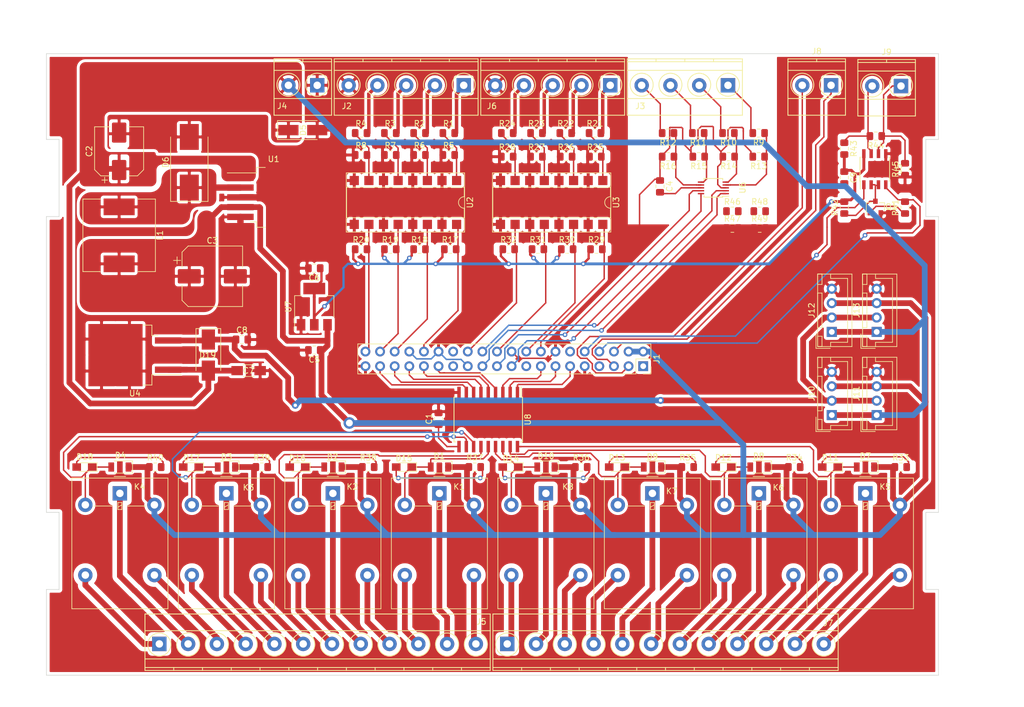
<source format=kicad_pcb>
(kicad_pcb (version 20171130) (host pcbnew 5.1.2)
  (layers (0 F.Cu signal) (31 B.Cu signal) (34 B.Paste user) (35 F.Paste user) (36 B.SilkS user) (37 F.SilkS user) (38 B.Mask user) (39 F.Mask user) (44 Edge.Cuts user))
  (net 0 "")
  (net 1 +5V)
  (net 2 "Net-(C4-Pad2)")
  (net 3 +3V3)
  (net 4 "Net-(D1-Pad2)")
  (net 5 "Net-(D6-Pad1)")
  (net 6 DO_2)
  (net 7 CS0)
  (net 8 DO_3)
  (net 9 "Net-(J2-Pad4)")
  (net 10 "Net-(J2-Pad2)")
  (net 11 "Net-(J2-Pad3)")
  (net 12 "Net-(J3-Pad3)")
  (net 13 "Net-(J3-Pad2)")
  (net 14 "Net-(J3-Pad1)")
  (net 15 "Net-(J3-Pad4)")
  (net 16 "Net-(R1-Pad1)")
  (net 17 "Net-(R2-Pad1)")
  (net 18 "Net-(R3-Pad1)")
  (net 19 "Net-(R4-Pad1)")
  (net 20 "Net-(R13-Pad1)")
  (net 21 "Net-(R11-Pad1)")
  (net 22 "Net-(R12-Pad1)")
  (net 23 DI_1)
  (net 24 DI_0)
  (net 25 SCK)
  (net 26 DO_1)
  (net 27 MISO)
  (net 28 MOSI)
  (net 29 DO_0)
  (net 30 DI_3)
  (net 31 DI_2)
  (net 32 /2)
  (net 33 /1)
  (net 34 /3)
  (net 35 /4)
  (net 36 /5)
  (net 37 /6)
  (net 38 /7)
  (net 39 /8)
  (net 40 /9)
  (net 41 /10)
  (net 42 /11)
  (net 43 /12)
  (net 44 /DIGND)
  (net 45 "Net-(J6-Pad2)")
  (net 46 "Net-(J6-Pad3)")
  (net 47 "Net-(J6-Pad4)")
  (net 48 /14)
  (net 49 /13)
  (net 50 /15)
  (net 51 /16)
  (net 52 /17)
  (net 53 /18)
  (net 54 /19)
  (net 55 /20)
  (net 56 /21)
  (net 57 /22)
  (net 58 /23)
  (net 59 /24)
  (net 60 DI_4)
  (net 61 DO_4)
  (net 62 DO_5)
  (net 63 DO_6)
  (net 64 DO_7)
  (net 65 DI_5)
  (net 66 DI_6)
  (net 67 DI_7)
  (net 68 "Net-(R22-Pad1)")
  (net 69 "Net-(R24-Pad1)")
  (net 70 "Net-(R23-Pad1)")
  (net 71 "Net-(R21-Pad1)")
  (net 72 "Net-(D10-Pad2)")
  (net 73 "Net-(R10-Pad1)")
  (net 74 +24V)
  (net 75 "Net-(D15-Pad2)")
  (net 76 "Net-(D13-Pad2)")
  (net 77 "Net-(D11-Pad2)")
  (net 78 "Net-(D12-Pad2)")
  (net 79 "Net-(D14-Pad2)")
  (net 80 "Net-(D16-Pad2)")
  (net 81 "Net-(D17-Pad2)")
  (net 82 "Net-(D18-Pad2)")
  (net 83 "Net-(D12-Pad1)")
  (net 84 "Net-(D13-Pad1)")
  (net 85 "Net-(D17-Pad1)")
  (net 86 "Net-(D11-Pad1)")
  (net 87 GND)
  (net 88 "Net-(J2-Pad1)")
  (net 89 "Net-(J6-Pad1)")
  (net 90 +12V)
  (net 91 "Net-(D16-Pad1)")
  (net 92 "Net-(D18-Pad1)")
  (net 93 SDA)
  (net 94 SCL)
  (net 95 /TXD)
  (net 96 /RXD)
  (net 97 "Net-(Q1-Pad1)")
  (net 98 "Net-(Q1-Pad3)")
  (net 99 /B)
  (net 100 /A)
  (net 101 "Net-(J1-Pad28)")
  (net 102 "Net-(J1-Pad27)")
  (net 103 "Net-(J1-Pad12)")
  (net 104 "Net-(J1-Pad7)")
  (net 105 "Net-(R46-Pad2)")
  (net 106 "Net-(R47-Pad2)")
  (net 107 "Net-(R48-Pad2)")
  (net 108 "Net-(R49-Pad2)")
  (module Capacitor_SMD:C_0805_2012Metric_Pad1.15x1.40mm_HandSolder (layer F.Cu) (at 171.85 69.075 270)
    (fp_text reference C9 (at 0 -1.65 90) (layer F.SilkS))
    (fp_text value C)
    (pad 2 smd roundrect (at 1.025 0 270) (size 1.15 1.4) (layers F.Cu F.Paste F.Mask) (roundrect_rratio 0.217391) (net 87 GND))
    (pad 1 smd roundrect (at -1.025 0 270) (size 1.15 1.4) (layers F.Cu F.Paste F.Mask) (roundrect_rratio 0.217391) (net 3 +3V3))
  )
  (module Capacitor_SMD:C_0805_2012Metric_Pad1.15x1.40mm_HandSolder (layer F.Cu) (at 67.175 97.226)
    (fp_text reference C8 (at 0 -1.65) (layer F.SilkS))
    (fp_text value .1uf)
    (pad 2 smd roundrect (at 1.025 0) (size 1.15 1.4) (layers F.Cu F.Paste F.Mask) (roundrect_rratio 0.217391) (net 87 GND))
    (pad 1 smd roundrect (at -1.025 0) (size 1.15 1.4) (layers F.Cu F.Paste F.Mask) (roundrect_rratio 0.217391) (net 90 +12V))
  )
  (module Capacitor_SMD:C_0805_2012Metric_Pad1.15x1.40mm_HandSolder (layer F.Cu) (at 79.756 84.836 180)
    (fp_text reference C6 (at 0 -1.65) (layer F.SilkS))
    (fp_text value C)
    (pad 2 smd roundrect (at 1.025 0 180) (size 1.15 1.4) (layers F.Cu F.Paste F.Mask) (roundrect_rratio 0.217391) (net 87 GND))
    (pad 1 smd roundrect (at -1.025 0 180) (size 1.15 1.4) (layers F.Cu F.Paste F.Mask) (roundrect_rratio 0.217391) (net 3 +3V3))
  )
  (module Capacitor_SMD:C_0805_2012Metric_Pad1.15x1.40mm_HandSolder (layer F.Cu) (at 79.756 99.06 180)
    (fp_text reference C5 (at 0 -1.65) (layer F.SilkS))
    (fp_text value C)
    (pad 2 smd roundrect (at 1.025 0 180) (size 1.15 1.4) (layers F.Cu F.Paste F.Mask) (roundrect_rratio 0.217391) (net 87 GND))
    (pad 1 smd roundrect (at -1.025 0 180) (size 1.15 1.4) (layers F.Cu F.Paste F.Mask) (roundrect_rratio 0.217391) (net 1 +5V))
  )
  (module Capacitor_SMD:C_0805_2012Metric_Pad1.15x1.40mm_HandSolder (layer F.Cu) (at 139.827 70.612 270)
    (fp_text reference C4 (at 0 -1.65 90) (layer F.SilkS))
    (fp_text value 100n)
    (pad 2 smd roundrect (at 1.025 0 270) (size 1.15 1.4) (layers F.Cu F.Paste F.Mask) (roundrect_rratio 0.217391) (net 2 "Net-(C4-Pad2)"))
    (pad 1 smd roundrect (at -1.025 0 270) (size 1.15 1.4) (layers F.Cu F.Paste F.Mask) (roundrect_rratio 0.217391) (net 87 GND))
  )
  (module Capacitor_SMD:CP_Elec_10x10 (layer F.Cu) (at 62.039 86.233)
    (fp_text reference C3 (at 0 -6.2) (layer F.SilkS))
    (fp_text value 1000uf)
    (pad 2 smd roundrect (at 4 0) (size 4 2.5) (layers F.Cu F.Paste F.Mask) (roundrect_rratio 0.1) (net 87 GND))
    (pad 1 smd roundrect (at -4 0) (size 4 2.5) (layers F.Cu F.Paste F.Mask) (roundrect_rratio 0.1) (net 1 +5V))
  )
  (module Capacitor_SMD:CP_Elec_8x10 (layer F.Cu) (at 45.847 64.516 90)
    (fp_text reference C2 (at 0 -5.2 90) (layer F.SilkS))
    (fp_text value 150uf)
    (pad 2 smd roundrect (at 3.25 0 90) (size 3.5 2.5) (layers F.Cu F.Paste F.Mask) (roundrect_rratio 0.1) (net 87 GND))
    (pad 1 smd roundrect (at -3.25 0 90) (size 3.5 2.5) (layers F.Cu F.Paste F.Mask) (roundrect_rratio 0.1) (net 74 +24V))
  )
  (module Capacitor_SMD:C_0805_2012Metric_Pad1.15x1.40mm_HandSolder (layer F.Cu) (at 101.346 110.998 90)
    (fp_text reference C1 (at 0 -1.65 90) (layer F.SilkS))
    (fp_text value 100nf)
    (pad 2 smd roundrect (at 1.025 0 90) (size 1.15 1.4) (layers F.Cu F.Paste F.Mask) (roundrect_rratio 0.217391) (net 87 GND))
    (pad 1 smd roundrect (at -1.025 0 90) (size 1.15 1.4) (layers F.Cu F.Paste F.Mask) (roundrect_rratio 0.217391) (net 1 +5V))
  )
  (module Resistor_SMD:R_0805_2012Metric_Pad1.15x1.40mm_HandSolder (layer F.Cu) (at 157.15 77.88)
    (fp_text reference R49 (at 0 -1.65) (layer F.SilkS))
    (fp_text value 50R)
    (pad 2 smd roundrect (at 1.025 0) (size 1.15 1.4) (layers F.Cu F.Paste F.Mask) (roundrect_rratio 0.217391) (net 108 "Net-(R49-Pad2)"))
    (pad 1 smd roundrect (at -1.025 0) (size 1.15 1.4) (layers F.Cu F.Paste F.Mask) (roundrect_rratio 0.217391) (net 7 CS0))
  )
  (module Resistor_SMD:R_0805_2012Metric_Pad1.15x1.40mm_HandSolder (layer F.Cu) (at 157.15 74.93)
    (fp_text reference R48 (at 0 -1.65) (layer F.SilkS))
    (fp_text value 50R)
    (pad 2 smd roundrect (at 1.025 0) (size 1.15 1.4) (layers F.Cu F.Paste F.Mask) (roundrect_rratio 0.217391) (net 107 "Net-(R48-Pad2)"))
    (pad 1 smd roundrect (at -1.025 0) (size 1.15 1.4) (layers F.Cu F.Paste F.Mask) (roundrect_rratio 0.217391) (net 27 MISO))
  )
  (module Resistor_SMD:R_0805_2012Metric_Pad1.15x1.40mm_HandSolder (layer F.Cu) (at 152.4 77.88)
    (fp_text reference R47 (at 0 -1.65) (layer F.SilkS))
    (fp_text value 50R)
    (pad 2 smd roundrect (at 1.025 0) (size 1.15 1.4) (layers F.Cu F.Paste F.Mask) (roundrect_rratio 0.217391) (net 106 "Net-(R47-Pad2)"))
    (pad 1 smd roundrect (at -1.025 0) (size 1.15 1.4) (layers F.Cu F.Paste F.Mask) (roundrect_rratio 0.217391) (net 28 MOSI))
  )
  (module Resistor_SMD:R_0805_2012Metric_Pad1.15x1.40mm_HandSolder (layer F.Cu) (at 152.4 74.93)
    (fp_text reference R46 (at 0 -1.65) (layer F.SilkS))
    (fp_text value 50R)
    (pad 2 smd roundrect (at 1.025 0) (size 1.15 1.4) (layers F.Cu F.Paste F.Mask) (roundrect_rratio 0.217391) (net 105 "Net-(R46-Pad2)"))
    (pad 1 smd roundrect (at -1.025 0) (size 1.15 1.4) (layers F.Cu F.Paste F.Mask) (roundrect_rratio 0.217391) (net 25 SCK))
  )
  (module Resistor_SMD:R_0805_2012Metric_Pad1.15x1.40mm_HandSolder (layer F.Cu) (at 182.4 67.625 90)
    (fp_text reference R45 (at 0 -1.65 90) (layer F.SilkS))
    (fp_text value 10k)
    (pad 2 smd roundrect (at 1.025 0 90) (size 1.15 1.4) (layers F.Cu F.Paste F.Mask) (roundrect_rratio 0.217391) (net 100 /A))
    (pad 1 smd roundrect (at -1.025 0 90) (size 1.15 1.4) (layers F.Cu F.Paste F.Mask) (roundrect_rratio 0.217391) (net 87 GND))
  )
  (module Resistor_SMD:R_0805_2012Metric_Pad1.15x1.40mm_HandSolder (layer F.Cu) (at 177.325 61.875 180)
    (fp_text reference R44 (at 0 -1.65) (layer F.SilkS))
    (fp_text value 120R)
    (pad 2 smd roundrect (at 1.025 0 180) (size 1.15 1.4) (layers F.Cu F.Paste F.Mask) (roundrect_rratio 0.217391) (net 99 /B))
    (pad 1 smd roundrect (at -1.025 0 180) (size 1.15 1.4) (layers F.Cu F.Paste F.Mask) (roundrect_rratio 0.217391) (net 100 /A))
  )
  (module Resistor_SMD:R_0805_2012Metric_Pad1.15x1.40mm_HandSolder (layer F.Cu) (at 171.85 64.05 270)
    (fp_text reference R43 (at 0 -1.65 90) (layer F.SilkS))
    (fp_text value 10k)
    (pad 2 smd roundrect (at 1.025 0 270) (size 1.15 1.4) (layers F.Cu F.Paste F.Mask) (roundrect_rratio 0.217391) (net 3 +3V3))
    (pad 1 smd roundrect (at -1.025 0 270) (size 1.15 1.4) (layers F.Cu F.Paste F.Mask) (roundrect_rratio 0.217391) (net 99 /B))
  )
  (module Resistor_SMD:R_0805_2012Metric_Pad1.15x1.40mm_HandSolder (layer F.Cu) (at 171.85 74.3 90)
    (fp_text reference R42 (at 0 -1.65 90) (layer F.SilkS))
    (fp_text value 10k)
    (pad 2 smd roundrect (at 1.025 0 90) (size 1.15 1.4) (layers F.Cu F.Paste F.Mask) (roundrect_rratio 0.217391) (net 3 +3V3))
    (pad 1 smd roundrect (at -1.025 0 90) (size 1.15 1.4) (layers F.Cu F.Paste F.Mask) (roundrect_rratio 0.217391) (net 98 "Net-(Q1-Pad3)"))
  )
  (module Resistor_SMD:R_0805_2012Metric_Pad1.15x1.40mm_HandSolder (layer F.Cu) (at 182.4 74.3 90)
    (fp_text reference R41 (at 0 -1.65 90) (layer F.SilkS))
    (fp_text value 10k)
    (pad 2 smd roundrect (at 1.025 0 90) (size 1.15 1.4) (layers F.Cu F.Paste F.Mask) (roundrect_rratio 0.217391) (net 95 /TXD))
    (pad 1 smd roundrect (at -1.025 0 90) (size 1.15 1.4) (layers F.Cu F.Paste F.Mask) (roundrect_rratio 0.217391) (net 97 "Net-(Q1-Pad1)"))
  )
  (module Resistor_SMD:R_0805_2012Metric_Pad1.15x1.40mm_HandSolder (layer F.Cu) (at 52.124 119.38)
    (fp_text reference R40 (at 0 -1.65) (layer F.SilkS))
    (fp_text value R_US)
    (pad 2 smd roundrect (at 1.025 0) (size 1.15 1.4) (layers F.Cu F.Paste F.Mask) (roundrect_rratio 0.217391) (net 82 "Net-(D18-Pad2)"))
    (pad 1 smd roundrect (at -1.025 0) (size 1.15 1.4) (layers F.Cu F.Paste F.Mask) (roundrect_rratio 0.217391) (net 1 +5V))
  )
  (module Resistor_SMD:R_0805_2012Metric_Pad1.15x1.40mm_HandSolder (layer F.Cu) (at 70.629714 119.38)
    (fp_text reference R39 (at 0 -1.65) (layer F.SilkS))
    (fp_text value R_US)
    (pad 2 smd roundrect (at 1.025 0) (size 1.15 1.4) (layers F.Cu F.Paste F.Mask) (roundrect_rratio 0.217391) (net 81 "Net-(D17-Pad2)"))
    (pad 1 smd roundrect (at -1.025 0) (size 1.15 1.4) (layers F.Cu F.Paste F.Mask) (roundrect_rratio 0.217391) (net 1 +5V))
  )
  (module Resistor_SMD:R_0805_2012Metric_Pad1.15x1.40mm_HandSolder (layer F.Cu) (at 89.135428 119.38)
    (fp_text reference R38 (at 0 -1.65) (layer F.SilkS))
    (fp_text value R_US)
    (pad 2 smd roundrect (at 1.025 0) (size 1.15 1.4) (layers F.Cu F.Paste F.Mask) (roundrect_rratio 0.217391) (net 80 "Net-(D16-Pad2)"))
    (pad 1 smd roundrect (at -1.025 0) (size 1.15 1.4) (layers F.Cu F.Paste F.Mask) (roundrect_rratio 0.217391) (net 1 +5V))
  )
  (module Resistor_SMD:R_0805_2012Metric_Pad1.15x1.40mm_HandSolder (layer F.Cu) (at 107.641142 119.38)
    (fp_text reference R37 (at 0 -1.65) (layer F.SilkS))
    (fp_text value R_US)
    (pad 2 smd roundrect (at 1.025 0) (size 1.15 1.4) (layers F.Cu F.Paste F.Mask) (roundrect_rratio 0.217391) (net 75 "Net-(D15-Pad2)"))
    (pad 1 smd roundrect (at -1.025 0) (size 1.15 1.4) (layers F.Cu F.Paste F.Mask) (roundrect_rratio 0.217391) (net 1 +5V))
  )
  (module Resistor_SMD:R_0805_2012Metric_Pad1.15x1.40mm_HandSolder (layer F.Cu) (at 126.146856 119.38)
    (fp_text reference R36 (at 0 -1.65) (layer F.SilkS))
    (fp_text value R_US)
    (pad 2 smd roundrect (at 1.025 0) (size 1.15 1.4) (layers F.Cu F.Paste F.Mask) (roundrect_rratio 0.217391) (net 79 "Net-(D14-Pad2)"))
    (pad 1 smd roundrect (at -1.025 0) (size 1.15 1.4) (layers F.Cu F.Paste F.Mask) (roundrect_rratio 0.217391) (net 1 +5V))
  )
  (module Resistor_SMD:R_0805_2012Metric_Pad1.15x1.40mm_HandSolder (layer F.Cu) (at 144.65257 119.38)
    (fp_text reference R35 (at 0 -1.65) (layer F.SilkS))
    (fp_text value R_US)
    (pad 2 smd roundrect (at 1.025 0) (size 1.15 1.4) (layers F.Cu F.Paste F.Mask) (roundrect_rratio 0.217391) (net 76 "Net-(D13-Pad2)"))
    (pad 1 smd roundrect (at -1.025 0) (size 1.15 1.4) (layers F.Cu F.Paste F.Mask) (roundrect_rratio 0.217391) (net 1 +5V))
  )
  (module Resistor_SMD:R_0805_2012Metric_Pad1.15x1.40mm_HandSolder (layer F.Cu) (at 163.158284 119.38)
    (fp_text reference R34 (at 0 -1.65) (layer F.SilkS))
    (fp_text value R_US)
    (pad 2 smd roundrect (at 1.025 0) (size 1.15 1.4) (layers F.Cu F.Paste F.Mask) (roundrect_rratio 0.217391) (net 78 "Net-(D12-Pad2)"))
    (pad 1 smd roundrect (at -1.025 0) (size 1.15 1.4) (layers F.Cu F.Paste F.Mask) (roundrect_rratio 0.217391) (net 1 +5V))
  )
  (module Resistor_SMD:R_0805_2012Metric_Pad1.15x1.40mm_HandSolder (layer F.Cu) (at 181.664 119.38)
    (fp_text reference R33 (at 0 -1.65) (layer F.SilkS))
    (fp_text value R_US)
    (pad 2 smd roundrect (at 1.025 0) (size 1.15 1.4) (layers F.Cu F.Paste F.Mask) (roundrect_rratio 0.217391) (net 77 "Net-(D11-Pad2)"))
    (pad 1 smd roundrect (at -1.025 0) (size 1.15 1.4) (layers F.Cu F.Paste F.Mask) (roundrect_rratio 0.217391) (net 1 +5V))
  )
  (module Resistor_SMD:R_0805_2012Metric_Pad1.15x1.40mm_HandSolder (layer F.Cu) (at 113.538 81.534)
    (fp_text reference R32 (at 0 -1.65) (layer F.SilkS))
    (fp_text value R)
    (pad 2 smd roundrect (at 1.025 0) (size 1.15 1.4) (layers F.Cu F.Paste F.Mask) (roundrect_rratio 0.217391) (net 60 DI_4))
    (pad 1 smd roundrect (at -1.025 0) (size 1.15 1.4) (layers F.Cu F.Paste F.Mask) (roundrect_rratio 0.217391) (net 3 +3V3))
  )
  (module Resistor_SMD:R_0805_2012Metric_Pad1.15x1.40mm_HandSolder (layer F.Cu) (at 118.618 81.534)
    (fp_text reference R31 (at 0 -1.65) (layer F.SilkS))
    (fp_text value R)
    (pad 2 smd roundrect (at 1.025 0) (size 1.15 1.4) (layers F.Cu F.Paste F.Mask) (roundrect_rratio 0.217391) (net 65 DI_5))
    (pad 1 smd roundrect (at -1.025 0) (size 1.15 1.4) (layers F.Cu F.Paste F.Mask) (roundrect_rratio 0.217391) (net 3 +3V3))
  )
  (module Resistor_SMD:R_0805_2012Metric_Pad1.15x1.40mm_HandSolder (layer F.Cu) (at 123.698 81.534)
    (fp_text reference R30 (at 0 -1.65) (layer F.SilkS))
    (fp_text value R)
    (pad 2 smd roundrect (at 1.025 0) (size 1.15 1.4) (layers F.Cu F.Paste F.Mask) (roundrect_rratio 0.217391) (net 66 DI_6))
    (pad 1 smd roundrect (at -1.025 0) (size 1.15 1.4) (layers F.Cu F.Paste F.Mask) (roundrect_rratio 0.217391) (net 3 +3V3))
  )
  (module Resistor_SMD:R_0805_2012Metric_Pad1.15x1.40mm_HandSolder (layer F.Cu) (at 128.778 81.534)
    (fp_text reference R29 (at 0 -1.65) (layer F.SilkS))
    (fp_text value R)
    (pad 2 smd roundrect (at 1.025 0) (size 1.15 1.4) (layers F.Cu F.Paste F.Mask) (roundrect_rratio 0.217391) (net 67 DI_7))
    (pad 1 smd roundrect (at -1.025 0) (size 1.15 1.4) (layers F.Cu F.Paste F.Mask) (roundrect_rratio 0.217391) (net 3 +3V3))
  )
  (module Resistor_SMD:R_0805_2012Metric_Pad1.15x1.40mm_HandSolder (layer F.Cu) (at 113.284 65.449185)
    (fp_text reference R28 (at 0 -1.65) (layer F.SilkS))
    (fp_text value 10k)
    (pad 2 smd roundrect (at 1.025 0) (size 1.15 1.4) (layers F.Cu F.Paste F.Mask) (roundrect_rratio 0.217391) (net 69 "Net-(R24-Pad1)"))
    (pad 1 smd roundrect (at -1.025 0) (size 1.15 1.4) (layers F.Cu F.Paste F.Mask) (roundrect_rratio 0.217391) (net 44 /DIGND))
  )
  (module Resistor_SMD:R_0805_2012Metric_Pad1.15x1.40mm_HandSolder (layer F.Cu) (at 118.364 65.449185)
    (fp_text reference R27 (at 0 -1.65) (layer F.SilkS))
    (fp_text value 10k)
    (pad 2 smd roundrect (at 1.025 0) (size 1.15 1.4) (layers F.Cu F.Paste F.Mask) (roundrect_rratio 0.217391) (net 70 "Net-(R23-Pad1)"))
    (pad 1 smd roundrect (at -1.025 0) (size 1.15 1.4) (layers F.Cu F.Paste F.Mask) (roundrect_rratio 0.217391) (net 44 /DIGND))
  )
  (module Resistor_SMD:R_0805_2012Metric_Pad1.15x1.40mm_HandSolder (layer F.Cu) (at 123.524 65.449185)
    (fp_text reference R26 (at 0 -1.65) (layer F.SilkS))
    (fp_text value 10k)
    (pad 2 smd roundrect (at 1.025 0) (size 1.15 1.4) (layers F.Cu F.Paste F.Mask) (roundrect_rratio 0.217391) (net 68 "Net-(R22-Pad1)"))
    (pad 1 smd roundrect (at -1.025 0) (size 1.15 1.4) (layers F.Cu F.Paste F.Mask) (roundrect_rratio 0.217391) (net 44 /DIGND))
  )
  (module Resistor_SMD:R_0805_2012Metric_Pad1.15x1.40mm_HandSolder (layer F.Cu) (at 128.604 65.449185)
    (fp_text reference R25 (at 0 -1.65) (layer F.SilkS))
    (fp_text value 10k)
    (pad 2 smd roundrect (at 1.025 0) (size 1.15 1.4) (layers F.Cu F.Paste F.Mask) (roundrect_rratio 0.217391) (net 71 "Net-(R21-Pad1)"))
    (pad 1 smd roundrect (at -1.025 0) (size 1.15 1.4) (layers F.Cu F.Paste F.Mask) (roundrect_rratio 0.217391) (net 44 /DIGND))
  )
  (module Resistor_SMD:R_0805_2012Metric_Pad1.15x1.40mm_HandSolder (layer F.Cu) (at 113.284 61.34737)
    (fp_text reference R24 (at 0 -1.65) (layer F.SilkS))
    (fp_text value 10k)
    (pad 2 smd roundrect (at 1.025 0) (size 1.15 1.4) (layers F.Cu F.Paste F.Mask) (roundrect_rratio 0.217391) (net 47 "Net-(J6-Pad4)"))
    (pad 1 smd roundrect (at -1.025 0) (size 1.15 1.4) (layers F.Cu F.Paste F.Mask) (roundrect_rratio 0.217391) (net 69 "Net-(R24-Pad1)"))
  )
  (module Resistor_SMD:R_0805_2012Metric_Pad1.15x1.40mm_HandSolder (layer F.Cu) (at 118.364 61.34737)
    (fp_text reference R23 (at 0 -1.65) (layer F.SilkS))
    (fp_text value 10k)
    (pad 2 smd roundrect (at 1.025 0) (size 1.15 1.4) (layers F.Cu F.Paste F.Mask) (roundrect_rratio 0.217391) (net 46 "Net-(J6-Pad3)"))
    (pad 1 smd roundrect (at -1.025 0) (size 1.15 1.4) (layers F.Cu F.Paste F.Mask) (roundrect_rratio 0.217391) (net 70 "Net-(R23-Pad1)"))
  )
  (module Resistor_SMD:R_0805_2012Metric_Pad1.15x1.40mm_HandSolder (layer F.Cu) (at 123.444 61.34737)
    (fp_text reference R22 (at 0 -1.65) (layer F.SilkS))
    (fp_text value 10k)
    (pad 2 smd roundrect (at 1.025 0) (size 1.15 1.4) (layers F.Cu F.Paste F.Mask) (roundrect_rratio 0.217391) (net 45 "Net-(J6-Pad2)"))
    (pad 1 smd roundrect (at -1.025 0) (size 1.15 1.4) (layers F.Cu F.Paste F.Mask) (roundrect_rratio 0.217391) (net 68 "Net-(R22-Pad1)"))
  )
  (module Resistor_SMD:R_0805_2012Metric_Pad1.15x1.40mm_HandSolder (layer F.Cu) (at 128.524 61.34737)
    (fp_text reference R21 (at 0 -1.65) (layer F.SilkS))
    (fp_text value 10k)
    (pad 2 smd roundrect (at 1.025 0) (size 1.15 1.4) (layers F.Cu F.Paste F.Mask) (roundrect_rratio 0.217391) (net 89 "Net-(J6-Pad1)"))
    (pad 1 smd roundrect (at -1.025 0) (size 1.15 1.4) (layers F.Cu F.Paste F.Mask) (roundrect_rratio 0.217391) (net 71 "Net-(R21-Pad1)"))
  )
  (module Resistor_SMD:R_0805_2012Metric_Pad1.15x1.40mm_HandSolder (layer F.Cu) (at 87.884 81.534)
    (fp_text reference R20 (at 0 -1.65) (layer F.SilkS))
    (fp_text value R)
    (pad 2 smd roundrect (at 1.025 0) (size 1.15 1.4) (layers F.Cu F.Paste F.Mask) (roundrect_rratio 0.217391) (net 24 DI_0))
    (pad 1 smd roundrect (at -1.025 0) (size 1.15 1.4) (layers F.Cu F.Paste F.Mask) (roundrect_rratio 0.217391) (net 3 +3V3))
  )
  (module Resistor_SMD:R_0805_2012Metric_Pad1.15x1.40mm_HandSolder (layer F.Cu) (at 92.964 81.534)
    (fp_text reference R19 (at 0 -1.65) (layer F.SilkS))
    (fp_text value R)
    (pad 2 smd roundrect (at 1.025 0) (size 1.15 1.4) (layers F.Cu F.Paste F.Mask) (roundrect_rratio 0.217391) (net 23 DI_1))
    (pad 1 smd roundrect (at -1.025 0) (size 1.15 1.4) (layers F.Cu F.Paste F.Mask) (roundrect_rratio 0.217391) (net 3 +3V3))
  )
  (module Resistor_SMD:R_0805_2012Metric_Pad1.15x1.40mm_HandSolder (layer F.Cu) (at 98.044 81.534)
    (fp_text reference R18 (at 0 -1.65) (layer F.SilkS))
    (fp_text value R)
    (pad 2 smd roundrect (at 1.025 0) (size 1.15 1.4) (layers F.Cu F.Paste F.Mask) (roundrect_rratio 0.217391) (net 31 DI_2))
    (pad 1 smd roundrect (at -1.025 0) (size 1.15 1.4) (layers F.Cu F.Paste F.Mask) (roundrect_rratio 0.217391) (net 3 +3V3))
  )
  (module Resistor_SMD:R_0805_2012Metric_Pad1.15x1.40mm_HandSolder (layer F.Cu) (at 103.378 81.534)
    (fp_text reference R17 (at 0 -1.65) (layer F.SilkS))
    (fp_text value R)
    (pad 2 smd roundrect (at 1.025 0) (size 1.15 1.4) (layers F.Cu F.Paste F.Mask) (roundrect_rratio 0.217391) (net 30 DI_3))
    (pad 1 smd roundrect (at -1.025 0) (size 1.15 1.4) (layers F.Cu F.Paste F.Mask) (roundrect_rratio 0.217391) (net 3 +3V3))
  )
  (module Resistor_SMD:R_0805_2012Metric_Pad1.15x1.40mm_HandSolder (layer F.Cu) (at 141.224 65.449185 180)
    (fp_text reference R16 (at 0 -1.65) (layer F.SilkS))
    (fp_text value 5k)
    (pad 2 smd roundrect (at 1.025 0 180) (size 1.15 1.4) (layers F.Cu F.Paste F.Mask) (roundrect_rratio 0.217391) (net 87 GND))
    (pad 1 smd roundrect (at -1.025 0 180) (size 1.15 1.4) (layers F.Cu F.Paste F.Mask) (roundrect_rratio 0.217391) (net 22 "Net-(R12-Pad1)"))
  )
  (module Resistor_SMD:R_0805_2012Metric_Pad1.15x1.40mm_HandSolder (layer F.Cu) (at 146.558 65.449185 180)
    (fp_text reference R15 (at 0 -1.65) (layer F.SilkS))
    (fp_text value 5k)
    (pad 2 smd roundrect (at 1.025 0 180) (size 1.15 1.4) (layers F.Cu F.Paste F.Mask) (roundrect_rratio 0.217391) (net 87 GND))
    (pad 1 smd roundrect (at -1.025 0 180) (size 1.15 1.4) (layers F.Cu F.Paste F.Mask) (roundrect_rratio 0.217391) (net 21 "Net-(R11-Pad1)"))
  )
  (module Resistor_SMD:R_0805_2012Metric_Pad1.15x1.40mm_HandSolder (layer F.Cu) (at 151.765 65.449185 180)
    (fp_text reference R14 (at 0 -1.65) (layer F.SilkS))
    (fp_text value 5k)
    (pad 2 smd roundrect (at 1.025 0 180) (size 1.15 1.4) (layers F.Cu F.Paste F.Mask) (roundrect_rratio 0.217391) (net 87 GND))
    (pad 1 smd roundrect (at -1.025 0 180) (size 1.15 1.4) (layers F.Cu F.Paste F.Mask) (roundrect_rratio 0.217391) (net 73 "Net-(R10-Pad1)"))
  )
  (module Resistor_SMD:R_0805_2012Metric_Pad1.15x1.40mm_HandSolder (layer F.Cu) (at 156.972 65.449185 180)
    (fp_text reference R13 (at 0 -1.65) (layer F.SilkS))
    (fp_text value 5k)
    (pad 2 smd roundrect (at 1.025 0 180) (size 1.15 1.4) (layers F.Cu F.Paste F.Mask) (roundrect_rratio 0.217391) (net 87 GND))
    (pad 1 smd roundrect (at -1.025 0 180) (size 1.15 1.4) (layers F.Cu F.Paste F.Mask) (roundrect_rratio 0.217391) (net 20 "Net-(R13-Pad1)"))
  )
  (module Resistor_SMD:R_0805_2012Metric_Pad1.15x1.40mm_HandSolder (layer F.Cu) (at 141.224 61.34737 180)
    (fp_text reference R12 (at 0 -1.65) (layer F.SilkS))
    (fp_text value 10k)
    (pad 2 smd roundrect (at 1.025 0 180) (size 1.15 1.4) (layers F.Cu F.Paste F.Mask) (roundrect_rratio 0.217391) (net 15 "Net-(J3-Pad4)"))
    (pad 1 smd roundrect (at -1.025 0 180) (size 1.15 1.4) (layers F.Cu F.Paste F.Mask) (roundrect_rratio 0.217391) (net 22 "Net-(R12-Pad1)"))
  )
  (module Resistor_SMD:R_0805_2012Metric_Pad1.15x1.40mm_HandSolder (layer F.Cu) (at 146.473333 61.34737 180)
    (fp_text reference R11 (at 0 -1.65) (layer F.SilkS))
    (fp_text value 10k)
    (pad 2 smd roundrect (at 1.025 0 180) (size 1.15 1.4) (layers F.Cu F.Paste F.Mask) (roundrect_rratio 0.217391) (net 12 "Net-(J3-Pad3)"))
    (pad 1 smd roundrect (at -1.025 0 180) (size 1.15 1.4) (layers F.Cu F.Paste F.Mask) (roundrect_rratio 0.217391) (net 21 "Net-(R11-Pad1)"))
  )
  (module Resistor_SMD:R_0805_2012Metric_Pad1.15x1.40mm_HandSolder (layer F.Cu) (at 151.722666 61.34737 180)
    (fp_text reference R10 (at 0 -1.65) (layer F.SilkS))
    (fp_text value 10k)
    (pad 2 smd roundrect (at 1.025 0 180) (size 1.15 1.4) (layers F.Cu F.Paste F.Mask) (roundrect_rratio 0.217391) (net 13 "Net-(J3-Pad2)"))
    (pad 1 smd roundrect (at -1.025 0 180) (size 1.15 1.4) (layers F.Cu F.Paste F.Mask) (roundrect_rratio 0.217391) (net 73 "Net-(R10-Pad1)"))
  )
  (module Resistor_SMD:R_0805_2012Metric_Pad1.15x1.40mm_HandSolder (layer F.Cu) (at 156.972 61.34737 180)
    (fp_text reference R9 (at 0 -1.65) (layer F.SilkS))
    (fp_text value 10k)
    (pad 2 smd roundrect (at 1.025 0 180) (size 1.15 1.4) (layers F.Cu F.Paste F.Mask) (roundrect_rratio 0.217391) (net 14 "Net-(J3-Pad1)"))
    (pad 1 smd roundrect (at -1.025 0 180) (size 1.15 1.4) (layers F.Cu F.Paste F.Mask) (roundrect_rratio 0.217391) (net 20 "Net-(R13-Pad1)"))
  )
  (module Resistor_SMD:R_0805_2012Metric_Pad1.15x1.40mm_HandSolder (layer F.Cu) (at 87.884 65.159184)
    (fp_text reference R8 (at 0 -1.65) (layer F.SilkS))
    (fp_text value 10k)
    (pad 2 smd roundrect (at 1.025 0) (size 1.15 1.4) (layers F.Cu F.Paste F.Mask) (roundrect_rratio 0.217391) (net 19 "Net-(R4-Pad1)"))
    (pad 1 smd roundrect (at -1.025 0) (size 1.15 1.4) (layers F.Cu F.Paste F.Mask) (roundrect_rratio 0.217391) (net 44 /DIGND))
  )
  (module Resistor_SMD:R_0805_2012Metric_Pad1.15x1.40mm_HandSolder (layer F.Cu) (at 92.964 65.159184)
    (fp_text reference R7 (at 0 -1.65) (layer F.SilkS))
    (fp_text value 10k)
    (pad 2 smd roundrect (at 1.025 0) (size 1.15 1.4) (layers F.Cu F.Paste F.Mask) (roundrect_rratio 0.217391) (net 18 "Net-(R3-Pad1)"))
    (pad 1 smd roundrect (at -1.025 0) (size 1.15 1.4) (layers F.Cu F.Paste F.Mask) (roundrect_rratio 0.217391) (net 44 /DIGND))
  )
  (module Resistor_SMD:R_0805_2012Metric_Pad1.15x1.40mm_HandSolder (layer F.Cu) (at 98.044 65.159184)
    (fp_text reference R6 (at 0 -1.65) (layer F.SilkS))
    (fp_text value 10k)
    (pad 2 smd roundrect (at 1.025 0) (size 1.15 1.4) (layers F.Cu F.Paste F.Mask) (roundrect_rratio 0.217391) (net 17 "Net-(R2-Pad1)"))
    (pad 1 smd roundrect (at -1.025 0) (size 1.15 1.4) (layers F.Cu F.Paste F.Mask) (roundrect_rratio 0.217391) (net 44 /DIGND))
  )
  (module Resistor_SMD:R_0805_2012Metric_Pad1.15x1.40mm_HandSolder (layer F.Cu) (at 103.124 65.159184)
    (fp_text reference R5 (at 0 -1.65) (layer F.SilkS))
    (fp_text value 10k)
    (pad 2 smd roundrect (at 1.025 0) (size 1.15 1.4) (layers F.Cu F.Paste F.Mask) (roundrect_rratio 0.217391) (net 16 "Net-(R1-Pad1)"))
    (pad 1 smd roundrect (at -1.025 0) (size 1.15 1.4) (layers F.Cu F.Paste F.Mask) (roundrect_rratio 0.217391) (net 44 /DIGND))
  )
  (module Resistor_SMD:R_0805_2012Metric_Pad1.15x1.40mm_HandSolder (layer F.Cu) (at 87.884 61.34737)
    (fp_text reference R4 (at 0 -1.65) (layer F.SilkS))
    (fp_text value 10k)
    (pad 2 smd roundrect (at 1.025 0) (size 1.15 1.4) (layers F.Cu F.Paste F.Mask) (roundrect_rratio 0.217391) (net 9 "Net-(J2-Pad4)"))
    (pad 1 smd roundrect (at -1.025 0) (size 1.15 1.4) (layers F.Cu F.Paste F.Mask) (roundrect_rratio 0.217391) (net 19 "Net-(R4-Pad1)"))
  )
  (module Resistor_SMD:R_0805_2012Metric_Pad1.15x1.40mm_HandSolder (layer F.Cu) (at 92.964 61.34737)
    (fp_text reference R3 (at 0 -1.65) (layer F.SilkS))
    (fp_text value 10k)
    (pad 2 smd roundrect (at 1.025 0) (size 1.15 1.4) (layers F.Cu F.Paste F.Mask) (roundrect_rratio 0.217391) (net 11 "Net-(J2-Pad3)"))
    (pad 1 smd roundrect (at -1.025 0) (size 1.15 1.4) (layers F.Cu F.Paste F.Mask) (roundrect_rratio 0.217391) (net 18 "Net-(R3-Pad1)"))
  )
  (module Resistor_SMD:R_0805_2012Metric_Pad1.15x1.40mm_HandSolder (layer F.Cu) (at 98.044 61.34737)
    (fp_text reference R2 (at 0 -1.65) (layer F.SilkS))
    (fp_text value 10k)
    (pad 2 smd roundrect (at 1.025 0) (size 1.15 1.4) (layers F.Cu F.Paste F.Mask) (roundrect_rratio 0.217391) (net 10 "Net-(J2-Pad2)"))
    (pad 1 smd roundrect (at -1.025 0) (size 1.15 1.4) (layers F.Cu F.Paste F.Mask) (roundrect_rratio 0.217391) (net 17 "Net-(R2-Pad1)"))
  )
  (module Resistor_SMD:R_0805_2012Metric_Pad1.15x1.40mm_HandSolder (layer F.Cu) (at 103.124 61.34737)
    (fp_text reference R1 (at 0 -1.65) (layer F.SilkS))
    (fp_text value 10k)
    (pad 2 smd roundrect (at 1.025 0) (size 1.15 1.4) (layers F.Cu F.Paste F.Mask) (roundrect_rratio 0.217391) (net 88 "Net-(J2-Pad1)"))
    (pad 1 smd roundrect (at -1.025 0) (size 1.15 1.4) (layers F.Cu F.Paste F.Mask) (roundrect_rratio 0.217391) (net 16 "Net-(R1-Pad1)"))
  )
  (module Diodes_SMD:D_SMB_Handsoldering (layer F.Cu) (at 61.35 99.926 270)
    (fp_text reference D19 (at 0 0.127) (layer F.SilkS))
    (fp_text value S1BB)
    (pad 2 smd rect (at 2.7 0 270) (size 3.5 2.3) (layers F.Cu F.Paste F.Mask) (net 74 +24V))
    (pad 1 smd rect (at -2.7 0 270) (size 3.5 2.3) (layers F.Cu F.Paste F.Mask) (net 90 +12V))
  )
  (module TerminalBlocks_Phoenix:TerminalBlock_Phoenix_MKDS1.5-2pol (layer F.Cu) (at 181.7 53.175 180)
    (fp_text reference J9 (at 2.5 5.9) (layer F.SilkS))
    (fp_text value Screw_Terminal_01x02)
    (pad 1 thru_hole rect (at 0 0 180) (size 2.5 2.5) (drill 1.3) (layers *.Cu *.Mask) (net 100 /A))
    (pad 2 thru_hole circle (at 5 0 180) (size 2.5 2.5) (drill 1.3) (layers *.Cu *.Mask) (net 99 /B))
  )
  (module Housings_SOIC:SOIC-8_3.9x4.9mm_Pitch1.27mm (layer F.Cu) (at 177.15 67.625 90)
    (fp_text reference U5 (at -0.025 4.15 90) (layer F.SilkS))
    (fp_text value MAX481E)
    (pad 8 smd rect (at 2.7 -1.905 90) (size 1.55 0.6) (layers F.Cu F.Paste F.Mask) (net 3 +3V3))
    (pad 7 smd rect (at 2.7 -0.635 90) (size 1.55 0.6) (layers F.Cu F.Paste F.Mask) (net 99 /B))
    (pad 6 smd rect (at 2.7 0.635 90) (size 1.55 0.6) (layers F.Cu F.Paste F.Mask) (net 100 /A))
    (pad 5 smd rect (at 2.7 1.905 90) (size 1.55 0.6) (layers F.Cu F.Paste F.Mask) (net 87 GND))
    (pad 4 smd rect (at -2.7 1.905 90) (size 1.55 0.6) (layers F.Cu F.Paste F.Mask) (net 95 /TXD))
    (pad 3 smd rect (at -2.7 0.635 90) (size 1.55 0.6) (layers F.Cu F.Paste F.Mask) (net 98 "Net-(Q1-Pad3)"))
    (pad 2 smd rect (at -2.7 -0.635 90) (size 1.55 0.6) (layers F.Cu F.Paste F.Mask) (net 98 "Net-(Q1-Pad3)"))
    (pad 1 smd rect (at -2.7 -1.905 90) (size 1.55 0.6) (layers F.Cu F.Paste F.Mask) (net 96 /RXD))
  )
  (module TO_SOT_Packages_SMD:SOT-23 (layer F.Cu) (at 177.25 74.2 90)
    (fp_text reference Q1 (at 0.025 2.75 180) (layer F.SilkS))
    (fp_text value BSS123)
    (pad 3 smd rect (at 1 0 90) (size 0.9 0.8) (layers F.Cu F.Paste F.Mask) (net 98 "Net-(Q1-Pad3)"))
    (pad 2 smd rect (at -1 0.95 90) (size 0.9 0.8) (layers F.Cu F.Paste F.Mask) (net 87 GND))
    (pad 1 smd rect (at -1 -0.95 90) (size 0.9 0.8) (layers F.Cu F.Paste F.Mask) (net 97 "Net-(Q1-Pad1)"))
  )
  (module TerminalBlocks_Phoenix:TerminalBlock_Phoenix_MKDS1.5-2pol (layer F.Cu) (at 169.55 53.05 180)
    (fp_text reference J8 (at 2.5 5.9) (layer F.SilkS))
    (fp_text value Screw_Terminal_01x02)
    (pad 1 thru_hole rect (at 0 0 180) (size 2.5 2.5) (drill 1.3) (layers *.Cu *.Mask) (net 94 SCL))
    (pad 2 thru_hole circle (at 5 0 180) (size 2.5 2.5) (drill 1.3) (layers *.Cu *.Mask) (net 93 SDA))
  )
  (module Housings_SOIC:SOIC-18W_7.5x11.6mm_Pitch1.27mm (layer F.Cu) (at 109.982 111.125 270)
    (fp_text reference U8 (at 0 -6.875 270) (layer F.SilkS))
    (fp_text value ULN2803A)
    (pad 1 smd rect (at -4.7 -5.08 270) (size 2 0.6) (layers F.Cu F.Paste F.Mask) (net 64 DO_7))
    (pad 2 smd rect (at -4.7 -3.81 270) (size 2 0.6) (layers F.Cu F.Paste F.Mask) (net 63 DO_6))
    (pad 3 smd rect (at -4.7 -2.54 270) (size 2 0.6) (layers F.Cu F.Paste F.Mask) (net 62 DO_5))
    (pad 4 smd rect (at -4.7 -1.27 270) (size 2 0.6) (layers F.Cu F.Paste F.Mask) (net 61 DO_4))
    (pad 5 smd rect (at -4.7 0 270) (size 2 0.6) (layers F.Cu F.Paste F.Mask) (net 8 DO_3))
    (pad 6 smd rect (at -4.7 1.27 270) (size 2 0.6) (layers F.Cu F.Paste F.Mask) (net 6 DO_2))
    (pad 7 smd rect (at -4.7 2.54 270) (size 2 0.6) (layers F.Cu F.Paste F.Mask) (net 26 DO_1))
    (pad 8 smd rect (at -4.7 3.81 270) (size 2 0.6) (layers F.Cu F.Paste F.Mask) (net 29 DO_0))
    (pad 9 smd rect (at -4.7 5.08 270) (size 2 0.6) (layers F.Cu F.Paste F.Mask) (net 87 GND))
    (pad 10 smd rect (at 4.7 5.08 270) (size 2 0.6) (layers F.Cu F.Paste F.Mask) (net 1 +5V))
    (pad 11 smd rect (at 4.7 3.81 270) (size 2 0.6) (layers F.Cu F.Paste F.Mask) (net 92 "Net-(D18-Pad1)"))
    (pad 12 smd rect (at 4.7 2.54 270) (size 2 0.6) (layers F.Cu F.Paste F.Mask) (net 85 "Net-(D17-Pad1)"))
    (pad 13 smd rect (at 4.7 1.27 270) (size 2 0.6) (layers F.Cu F.Paste F.Mask) (net 91 "Net-(D16-Pad1)"))
    (pad 14 smd rect (at 4.7 0 270) (size 2 0.6) (layers F.Cu F.Paste F.Mask) (net 4 "Net-(D1-Pad2)"))
    (pad 15 smd rect (at 4.7 -1.27 270) (size 2 0.6) (layers F.Cu F.Paste F.Mask) (net 72 "Net-(D10-Pad2)"))
    (pad 16 smd rect (at 4.7 -2.54 270) (size 2 0.6) (layers F.Cu F.Paste F.Mask) (net 84 "Net-(D13-Pad1)"))
    (pad 17 smd rect (at 4.7 -3.81 270) (size 2 0.6) (layers F.Cu F.Paste F.Mask) (net 83 "Net-(D12-Pad1)"))
    (pad 18 smd rect (at 4.7 -5.08 270) (size 2 0.6) (layers F.Cu F.Paste F.Mask) (net 86 "Net-(D11-Pad1)"))
  )
  (module Relays_THT:Relay_SPDT_OMRON-G5LE-1 (layer F.Cu) (at 157.008284 123.952)
    (fp_text reference K6 (at 3.392716 -1.016) (layer F.SilkS))
    (fp_text value G5LE-1)
    (pad 1 thru_hole rect (at 0 0) (size 2.5 2.5) (drill 1.3) (layers *.Cu *.Mask) (net 52 /17))
    (pad 2 thru_hole oval (at -6 2) (size 2.5 2.5) (drill 1.3) (layers *.Cu *.Mask) (net 83 "Net-(D12-Pad1)"))
    (pad 3 thru_hole oval (at -6 14.2) (size 2.5 2.5) (drill 1.3) (layers *.Cu *.Mask) (net 51 /16))
    (pad 4 thru_hole oval (at 6 14.2) (size 2.5 2.5) (drill 1.3) (layers *.Cu *.Mask) (net 53 /18))
    (pad 5 thru_hole oval (at 6 2) (size 2.5 2.5) (drill 1.3) (layers *.Cu *.Mask) (net 1 +5V))
  )
  (module Diodes_SMD:D_1206 (layer F.Cu) (at 101.491142 119.38 180)
    (fp_text reference D1 (at 0.018142 1.905 180) (layer F.SilkS))
    (fp_text value D_Zener)
    (pad 1 smd rect (at -1.5 0 180) (size 1 1.6) (layers F.Cu F.Paste F.Mask) (net 1 +5V))
    (pad 2 smd rect (at 1.5 0 180) (size 1 1.6) (layers F.Cu F.Paste F.Mask) (net 4 "Net-(D1-Pad2)"))
  )
  (module LEDs:LED_0805_HandSoldering (layer F.Cu) (at 95.341142 119.38 180)
    (fp_text reference D15 (at 0 1.524 180) (layer F.SilkS))
    (fp_text value LED)
    (pad 1 smd rect (at -1.35 0 180) (size 1.5 1.3) (layers F.Cu F.Paste F.Mask) (net 4 "Net-(D1-Pad2)"))
    (pad 2 smd rect (at 1.35 0 180) (size 1.5 1.3) (layers F.Cu F.Paste F.Mask) (net 75 "Net-(D15-Pad2)"))
  )
  (module Relays_THT:Relay_SPDT_OMRON-G5LE-1 (layer F.Cu) (at 101.491142 123.952)
    (fp_text reference K1 (at 3.410858 -1.143) (layer F.SilkS))
    (fp_text value G5LE-1)
    (pad 1 thru_hole rect (at 0 0) (size 2.5 2.5) (drill 1.3) (layers *.Cu *.Mask) (net 32 /2))
    (pad 2 thru_hole oval (at -6 2) (size 2.5 2.5) (drill 1.3) (layers *.Cu *.Mask) (net 4 "Net-(D1-Pad2)"))
    (pad 3 thru_hole oval (at -6 14.2) (size 2.5 2.5) (drill 1.3) (layers *.Cu *.Mask) (net 33 /1))
    (pad 4 thru_hole oval (at 6 14.2) (size 2.5 2.5) (drill 1.3) (layers *.Cu *.Mask) (net 34 /3))
    (pad 5 thru_hole oval (at 6 2) (size 2.5 2.5) (drill 1.3) (layers *.Cu *.Mask) (net 1 +5V))
  )
  (module Relays_THT:Relay_SPDT_OMRON-G5LE-1 (layer F.Cu) (at 82.985428 123.952)
    (fp_text reference K2 (at 3.374572 -1.143) (layer F.SilkS))
    (fp_text value G5LE-1)
    (pad 1 thru_hole rect (at 0 0) (size 2.5 2.5) (drill 1.3) (layers *.Cu *.Mask) (net 36 /5))
    (pad 2 thru_hole oval (at -6 2) (size 2.5 2.5) (drill 1.3) (layers *.Cu *.Mask) (net 91 "Net-(D16-Pad1)"))
    (pad 3 thru_hole oval (at -6 14.2) (size 2.5 2.5) (drill 1.3) (layers *.Cu *.Mask) (net 35 /4))
    (pad 4 thru_hole oval (at 6 14.2) (size 2.5 2.5) (drill 1.3) (layers *.Cu *.Mask) (net 37 /6))
    (pad 5 thru_hole oval (at 6 2) (size 2.5 2.5) (drill 1.3) (layers *.Cu *.Mask) (net 1 +5V))
  )
  (module TerminalBlocks_Phoenix:TerminalBlock_Phoenix_MKDS1.5-12pol (layer F.Cu) (at 52.832 150.114)
    (fp_text reference J5 (at 55.968 -3.864) (layer F.SilkS))
    (fp_text value Screw_Terminal_01x12)
    (pad 2 thru_hole circle (at 5 0) (size 2.5 2.5) (drill 1.3) (layers *.Cu *.Mask) (net 42 /11))
    (pad 1 thru_hole rect (at 0 0) (size 2.5 2.5) (drill 1.3) (layers *.Cu *.Mask) (net 41 /10))
    (pad 3 thru_hole circle (at 10 0) (size 2.5 2.5) (drill 1.3) (layers *.Cu *.Mask) (net 43 /12))
    (pad 4 thru_hole circle (at 15 0) (size 2.5 2.5) (drill 1.3) (layers *.Cu *.Mask) (net 38 /7))
    (pad 5 thru_hole circle (at 20 0) (size 2.5 2.5) (drill 1.3) (layers *.Cu *.Mask) (net 39 /8))
    (pad 6 thru_hole circle (at 25 0) (size 2.5 2.5) (drill 1.3) (layers *.Cu *.Mask) (net 40 /9))
    (pad 7 thru_hole circle (at 30 0) (size 2.5 2.5) (drill 1.3) (layers *.Cu *.Mask) (net 35 /4))
    (pad 8 thru_hole circle (at 35 0) (size 2.5 2.5) (drill 1.3) (layers *.Cu *.Mask) (net 36 /5))
    (pad 9 thru_hole circle (at 40 0) (size 2.5 2.5) (drill 1.3) (layers *.Cu *.Mask) (net 37 /6))
    (pad 10 thru_hole circle (at 45 0) (size 2.5 2.5) (drill 1.3) (layers *.Cu *.Mask) (net 33 /1))
    (pad 11 thru_hole circle (at 50 0) (size 2.5 2.5) (drill 1.3) (layers *.Cu *.Mask) (net 32 /2))
    (pad 12 thru_hole circle (at 55 0) (size 2.5 2.5) (drill 1.3) (layers *.Cu *.Mask) (net 34 /3))
  )
  (module Relays_THT:Relay_SPDT_OMRON-G5LE-1 (layer F.Cu) (at 45.974 123.952)
    (fp_text reference K4 (at 3.429 -1.143) (layer F.SilkS))
    (fp_text value G5LE-1)
    (pad 1 thru_hole rect (at 0 0) (size 2.5 2.5) (drill 1.3) (layers *.Cu *.Mask) (net 42 /11))
    (pad 2 thru_hole oval (at -6 2) (size 2.5 2.5) (drill 1.3) (layers *.Cu *.Mask) (net 92 "Net-(D18-Pad1)"))
    (pad 3 thru_hole oval (at -6 14.2) (size 2.5 2.5) (drill 1.3) (layers *.Cu *.Mask) (net 41 /10))
    (pad 4 thru_hole oval (at 6 14.2) (size 2.5 2.5) (drill 1.3) (layers *.Cu *.Mask) (net 43 /12))
    (pad 5 thru_hole oval (at 6 2) (size 2.5 2.5) (drill 1.3) (layers *.Cu *.Mask) (net 1 +5V))
  )
  (module Relays_THT:Relay_SPDT_OMRON-G5LE-1 (layer F.Cu) (at 119.996856 123.952)
    (fp_text reference K8 (at 3.828144 -1.143) (layer F.SilkS))
    (fp_text value G5LE-1)
    (pad 1 thru_hole rect (at 0 0) (size 2.5 2.5) (drill 1.3) (layers *.Cu *.Mask) (net 58 /23))
    (pad 2 thru_hole oval (at -6 2) (size 2.5 2.5) (drill 1.3) (layers *.Cu *.Mask) (net 72 "Net-(D10-Pad2)"))
    (pad 3 thru_hole oval (at -6 14.2) (size 2.5 2.5) (drill 1.3) (layers *.Cu *.Mask) (net 57 /22))
    (pad 4 thru_hole oval (at 6 14.2) (size 2.5 2.5) (drill 1.3) (layers *.Cu *.Mask) (net 59 /24))
    (pad 5 thru_hole oval (at 6 2) (size 2.5 2.5) (drill 1.3) (layers *.Cu *.Mask) (net 1 +5V))
  )
  (module Relays_THT:Relay_SPDT_OMRON-G5LE-1 (layer F.Cu) (at 138.50257 123.952)
    (fp_text reference K7 (at 3.35643 -0.381) (layer F.SilkS))
    (fp_text value G5LE-1)
    (pad 1 thru_hole rect (at 0 0) (size 2.5 2.5) (drill 1.3) (layers *.Cu *.Mask) (net 55 /20))
    (pad 2 thru_hole oval (at -6 2) (size 2.5 2.5) (drill 1.3) (layers *.Cu *.Mask) (net 84 "Net-(D13-Pad1)"))
    (pad 3 thru_hole oval (at -6 14.2) (size 2.5 2.5) (drill 1.3) (layers *.Cu *.Mask) (net 54 /19))
    (pad 4 thru_hole oval (at 6 14.2) (size 2.5 2.5) (drill 1.3) (layers *.Cu *.Mask) (net 56 /21))
    (pad 5 thru_hole oval (at 6 2) (size 2.5 2.5) (drill 1.3) (layers *.Cu *.Mask) (net 1 +5V))
  )
  (module Relays_THT:Relay_SPDT_OMRON-G5LE-1 (layer F.Cu) (at 175.514 123.952)
    (fp_text reference K5 (at 3.429 -1.143) (layer F.SilkS))
    (fp_text value G5LE-1)
    (pad 1 thru_hole rect (at 0 0) (size 2.5 2.5) (drill 1.3) (layers *.Cu *.Mask) (net 48 /14))
    (pad 2 thru_hole oval (at -6 2) (size 2.5 2.5) (drill 1.3) (layers *.Cu *.Mask) (net 86 "Net-(D11-Pad1)"))
    (pad 3 thru_hole oval (at -6 14.2) (size 2.5 2.5) (drill 1.3) (layers *.Cu *.Mask) (net 49 /13))
    (pad 4 thru_hole oval (at 6 14.2) (size 2.5 2.5) (drill 1.3) (layers *.Cu *.Mask) (net 50 /15))
    (pad 5 thru_hole oval (at 6 2) (size 2.5 2.5) (drill 1.3) (layers *.Cu *.Mask) (net 1 +5V))
  )
  (module Relays_THT:Relay_SPDT_OMRON-G5LE-1 (layer F.Cu) (at 64.479714 123.952)
    (fp_text reference K3 (at 3.846286 -1.016) (layer F.SilkS))
    (fp_text value G5LE-1)
    (pad 1 thru_hole rect (at 0 0) (size 2.5 2.5) (drill 1.3) (layers *.Cu *.Mask) (net 39 /8))
    (pad 2 thru_hole oval (at -6 2) (size 2.5 2.5) (drill 1.3) (layers *.Cu *.Mask) (net 85 "Net-(D17-Pad1)"))
    (pad 3 thru_hole oval (at -6 14.2) (size 2.5 2.5) (drill 1.3) (layers *.Cu *.Mask) (net 38 /7))
    (pad 4 thru_hole oval (at 6 14.2) (size 2.5 2.5) (drill 1.3) (layers *.Cu *.Mask) (net 40 /9))
    (pad 5 thru_hole oval (at 6 2) (size 2.5 2.5) (drill 1.3) (layers *.Cu *.Mask) (net 1 +5V))
  )
  (module Socket_Strips:Socket_Strip_Straight_2x20_Pitch2.54mm (layer F.Cu) (at 136.906 101.854 270)
    (fp_text reference J1 (at -1.27 -2.33 270) (layer F.SilkS))
    (fp_text value Raspberry_Pi_2_3)
    (pad 40 thru_hole oval (at -2.54 48.26 270) (size 1.7 1.7) (drill 1) (layers *.Cu *.Mask) (net 24 DI_0))
    (pad 39 thru_hole oval (at 0 48.26 270) (size 1.7 1.7) (drill 1) (layers *.Cu *.Mask) (net 87 GND))
    (pad 38 thru_hole oval (at -2.54 45.72 270) (size 1.7 1.7) (drill 1) (layers *.Cu *.Mask) (net 23 DI_1))
    (pad 37 thru_hole oval (at 0 45.72 270) (size 1.7 1.7) (drill 1) (layers *.Cu *.Mask) (net 29 DO_0))
    (pad 36 thru_hole oval (at -2.54 43.18 270) (size 1.7 1.7) (drill 1) (layers *.Cu *.Mask) (net 31 DI_2))
    (pad 35 thru_hole oval (at 0 43.18 270) (size 1.7 1.7) (drill 1) (layers *.Cu *.Mask) (net 26 DO_1))
    (pad 34 thru_hole oval (at -2.54 40.64 270) (size 1.7 1.7) (drill 1) (layers *.Cu *.Mask) (net 87 GND))
    (pad 33 thru_hole oval (at 0 40.64 270) (size 1.7 1.7) (drill 1) (layers *.Cu *.Mask) (net 6 DO_2))
    (pad 32 thru_hole oval (at -2.54 38.1 270) (size 1.7 1.7) (drill 1) (layers *.Cu *.Mask) (net 30 DI_3))
    (pad 31 thru_hole oval (at 0 38.1 270) (size 1.7 1.7) (drill 1) (layers *.Cu *.Mask) (net 8 DO_3))
    (pad 30 thru_hole oval (at -2.54 35.56 270) (size 1.7 1.7) (drill 1) (layers *.Cu *.Mask) (net 87 GND))
    (pad 29 thru_hole oval (at 0 35.56 270) (size 1.7 1.7) (drill 1) (layers *.Cu *.Mask) (net 61 DO_4))
    (pad 28 thru_hole oval (at -2.54 33.02 270) (size 1.7 1.7) (drill 1) (layers *.Cu *.Mask) (net 101 "Net-(J1-Pad28)"))
    (pad 27 thru_hole oval (at 0 33.02 270) (size 1.7 1.7) (drill 1) (layers *.Cu *.Mask) (net 102 "Net-(J1-Pad27)"))
    (pad 26 thru_hole oval (at -2.54 30.48 270) (size 1.7 1.7) (drill 1) (layers *.Cu *.Mask) (net 60 DI_4))
    (pad 25 thru_hole oval (at 0 30.48 270) (size 1.7 1.7) (drill 1) (layers *.Cu *.Mask) (net 87 GND))
    (pad 24 thru_hole oval (at -2.54 27.94 270) (size 1.7 1.7) (drill 1) (layers *.Cu *.Mask) (net 7 CS0))
    (pad 23 thru_hole oval (at 0 27.94 270) (size 1.7 1.7) (drill 1) (layers *.Cu *.Mask) (net 25 SCK))
    (pad 22 thru_hole oval (at -2.54 25.4 270) (size 1.7 1.7) (drill 1) (layers *.Cu *.Mask) (net 65 DI_5))
    (pad 21 thru_hole oval (at 0 25.4 270) (size 1.7 1.7) (drill 1) (layers *.Cu *.Mask) (net 27 MISO))
    (pad 20 thru_hole oval (at -2.54 22.86 270) (size 1.7 1.7) (drill 1) (layers *.Cu *.Mask) (net 87 GND))
    (pad 19 thru_hole oval (at 0 22.86 270) (size 1.7 1.7) (drill 1) (layers *.Cu *.Mask) (net 28 MOSI))
    (pad 18 thru_hole oval (at -2.54 20.32 270) (size 1.7 1.7) (drill 1) (layers *.Cu *.Mask) (net 66 DI_6))
    (pad 17 thru_hole oval (at 0 20.32 270) (size 1.7 1.7) (drill 1) (layers *.Cu *.Mask) (net 3 +3V3))
    (pad 16 thru_hole oval (at -2.54 17.78 270) (size 1.7 1.7) (drill 1) (layers *.Cu *.Mask) (net 67 DI_7))
    (pad 15 thru_hole oval (at 0 17.78 270) (size 1.7 1.7) (drill 1) (layers *.Cu *.Mask) (net 62 DO_5))
    (pad 14 thru_hole oval (at -2.54 15.24 270) (size 1.7 1.7) (drill 1) (layers *.Cu *.Mask) (net 87 GND))
    (pad 13 thru_hole oval (at 0 15.24 270) (size 1.7 1.7) (drill 1) (layers *.Cu *.Mask) (net 63 DO_6))
    (pad 12 thru_hole oval (at -2.54 12.7 270) (size 1.7 1.7) (drill 1) (layers *.Cu *.Mask) (net 103 "Net-(J1-Pad12)"))
    (pad 11 thru_hole oval (at 0 12.7 270) (size 1.7 1.7) (drill 1) (layers *.Cu *.Mask) (net 64 DO_7))
    (pad 10 thru_hole oval (at -2.54 10.16 270) (size 1.7 1.7) (drill 1) (layers *.Cu *.Mask) (net 96 /RXD))
    (pad 9 thru_hole oval (at 0 10.16 270) (size 1.7 1.7) (drill 1) (layers *.Cu *.Mask) (net 87 GND))
    (pad 8 thru_hole oval (at -2.54 7.62 270) (size 1.7 1.7) (drill 1) (layers *.Cu *.Mask) (net 95 /TXD))
    (pad 7 thru_hole oval (at 0 7.62 270) (size 1.7 1.7) (drill 1) (layers *.Cu *.Mask) (net 104 "Net-(J1-Pad7)"))
    (pad 6 thru_hole oval (at -2.54 5.08 270) (size 1.7 1.7) (drill 1) (layers *.Cu *.Mask) (net 87 GND))
    (pad 5 thru_hole oval (at 0 5.08 270) (size 1.7 1.7) (drill 1) (layers *.Cu *.Mask) (net 94 SCL))
    (pad 4 thru_hole oval (at -2.54 2.54 270) (size 1.7 1.7) (drill 1) (layers *.Cu *.Mask) (net 1 +5V))
    (pad 3 thru_hole oval (at 0 2.54 270) (size 1.7 1.7) (drill 1) (layers *.Cu *.Mask) (net 93 SDA))
    (pad 2 thru_hole oval (at -2.54 0 270) (size 1.7 1.7) (drill 1) (layers *.Cu *.Mask) (net 1 +5V))
    (pad 1 thru_hole rect (at 0 0 270) (size 1.7 1.7) (drill 1) (layers *.Cu *.Mask) (net 3 +3V3))
  )
  (module TO_SOT_Packages_SMD:TO-263-2 (layer F.Cu) (at 48.586999 99.926 180)
    (fp_text reference U4 (at 0 -6.65 180) (layer F.SilkS))
    (fp_text value power_L7812_smd)
    (pad 2 smd rect (at 0.95 2.775 180) (size 4.55 5.25) (layers F.Cu F.Paste) (net 87 GND))
    (pad 2 smd rect (at 5.8 -2.775 180) (size 4.55 5.25) (layers F.Cu F.Paste) (net 87 GND))
    (pad 2 smd rect (at 0.95 -2.775 180) (size 4.55 5.25) (layers F.Cu F.Paste) (net 87 GND))
    (pad 2 smd rect (at 5.8 2.775 180) (size 4.55 5.25) (layers F.Cu F.Paste) (net 87 GND))
    (pad 2 smd rect (at 3.375 0 180) (size 9.4 10.8) (layers F.Cu F.Mask) (net 87 GND))
    (pad 3 smd rect (at -5.775 2.54 180) (size 4.6 1.1) (layers F.Cu F.Paste F.Mask) (net 90 +12V))
    (pad 1 smd rect (at -5.775 -2.54 180) (size 4.6 1.1) (layers F.Cu F.Paste F.Mask) (net 74 +24V))
  )
  (module TO_SOT_Packages_SMD:TO-263-5_TabPin3 (layer F.Cu) (at 72.698001 72.517)
    (fp_text reference U1 (at 0 -6.65) (layer F.SilkS))
    (fp_text value power_LM2576)
    (pad 1 smd rect (at -5.775 -3.4) (size 4.6 1.1) (layers F.Cu F.Paste F.Mask) (net 74 +24V))
    (pad 2 smd rect (at -5.775 -1.7) (size 4.6 1.1) (layers F.Cu F.Paste F.Mask) (net 5 "Net-(D6-Pad1)"))
    (pad 3 smd rect (at -5.775 0) (size 4.6 1.1) (layers F.Cu F.Paste F.Mask) (net 87 GND))
    (pad 4 smd rect (at -5.775 1.7) (size 4.6 1.1) (layers F.Cu F.Paste F.Mask) (net 1 +5V))
    (pad 5 smd rect (at -5.775 3.4) (size 4.6 1.1) (layers F.Cu F.Paste F.Mask) (net 87 GND))
    (pad 3 smd rect (at 3.375 0) (size 9.4 10.8) (layers F.Cu F.Mask) (net 87 GND))
    (pad 3 smd rect (at 5.8 2.775) (size 4.55 5.25) (layers F.Cu F.Paste) (net 87 GND))
    (pad 3 smd rect (at 0.95 -2.775) (size 4.55 5.25) (layers F.Cu F.Paste) (net 87 GND))
    (pad 3 smd rect (at 5.8 -2.775) (size 4.55 5.25) (layers F.Cu F.Paste) (net 87 GND))
    (pad 3 smd rect (at 0.95 2.775) (size 4.55 5.25) (layers F.Cu F.Paste) (net 87 GND))
  )
  (module Inductors_SMD:L_12x12mm_h6mm (layer F.Cu) (at 45.847 79.121 270)
    (fp_text reference L1 (at 0 -7.1 270) (layer F.SilkS))
    (fp_text value 680uh)
    (pad 1 smd rect (at -4.95 0 270) (size 2.9 5.4) (layers F.Cu F.Paste F.Mask) (net 5 "Net-(D6-Pad1)"))
    (pad 2 smd rect (at 4.95 0 270) (size 2.9 5.4) (layers F.Cu F.Paste F.Mask) (net 1 +5V))
  )
  (module Diodes_SMD:D_SMA_Handsoldering (layer F.Cu) (at 77.764 60.833)
    (fp_text reference D5 (at 0.036 0.017 90) (layer F.SilkS))
    (fp_text value D_Zener)
    (pad 1 smd rect (at -2.5 0) (size 3.5 1.8) (layers F.Cu F.Paste F.Mask) (net 74 +24V))
    (pad 2 smd rect (at 2.5 0) (size 3.5 1.8) (layers F.Cu F.Paste F.Mask) (net 87 GND))
  )
  (module Capacitors_SMD:C_1206_HandSoldering (layer F.Cu) (at 68.35 102.626)
    (fp_text reference C7 (at 0 0) (layer F.SilkS))
    (fp_text value Cap_tantalum_1206_3218)
    (pad 1 smd rect (at -2 0) (size 2 1.6) (layers F.Cu F.Paste F.Mask) (net 74 +24V))
    (pad 2 smd rect (at 2 0) (size 2 1.6) (layers F.Cu F.Paste F.Mask) (net 87 GND))
  )
  (module Diodes_SMD:D_SMC_Handsoldering (layer F.Cu) (at 58.039 66.421 90)
    (fp_text reference D6 (at 0 -4.1 90) (layer F.SilkS))
    (fp_text value D_Schottky_power)
    (pad 1 smd rect (at -4.4 0 180) (size 3.3 4.5) (layers F.Cu F.Paste F.Mask) (net 5 "Net-(D6-Pad1)"))
    (pad 2 smd rect (at 4.4 0 180) (size 3.3 4.5) (layers F.Cu F.Paste F.Mask) (net 87 GND))
  )
  (module LEDs:LED_0805_HandSoldering (layer F.Cu) (at 169.364 119.38 180)
    (fp_text reference D11 (at -0.054 1.651 180) (layer F.SilkS))
    (fp_text value LED)
    (pad 2 smd rect (at 1.35 0 180) (size 1.5 1.3) (layers F.Cu F.Paste F.Mask) (net 77 "Net-(D11-Pad2)"))
    (pad 1 smd rect (at -1.35 0 180) (size 1.5 1.3) (layers F.Cu F.Paste F.Mask) (net 86 "Net-(D11-Pad1)"))
  )
  (module LEDs:LED_0805_HandSoldering (layer F.Cu) (at 132.35257 119.38 180)
    (fp_text reference D13 (at 0 1.651 180) (layer F.SilkS))
    (fp_text value LED)
    (pad 1 smd rect (at -1.35 0 180) (size 1.5 1.3) (layers F.Cu F.Paste F.Mask) (net 84 "Net-(D13-Pad1)"))
    (pad 2 smd rect (at 1.35 0 180) (size 1.5 1.3) (layers F.Cu F.Paste F.Mask) (net 76 "Net-(D13-Pad2)"))
  )
  (module LEDs:LED_0805_HandSoldering (layer F.Cu) (at 113.846856 119.38 180)
    (fp_text reference D14 (at -0.072144 1.524 180) (layer F.SilkS))
    (fp_text value LED)
    (pad 2 smd rect (at 1.35 0 180) (size 1.5 1.3) (layers F.Cu F.Paste F.Mask) (net 79 "Net-(D14-Pad2)"))
    (pad 1 smd rect (at -1.35 0 180) (size 1.5 1.3) (layers F.Cu F.Paste F.Mask) (net 72 "Net-(D10-Pad2)"))
  )
  (module LEDs:LED_0805_HandSoldering (layer F.Cu) (at 76.835428 119.38 180)
    (fp_text reference D16 (at 0 1.524 180) (layer F.SilkS))
    (fp_text value LED)
    (pad 1 smd rect (at -1.35 0 180) (size 1.5 1.3) (layers F.Cu F.Paste F.Mask) (net 91 "Net-(D16-Pad1)"))
    (pad 2 smd rect (at 1.35 0 180) (size 1.5 1.3) (layers F.Cu F.Paste F.Mask) (net 80 "Net-(D16-Pad2)"))
  )
  (module LEDs:LED_0805_HandSoldering (layer F.Cu) (at 58.329714 119.38 180)
    (fp_text reference D17 (at -0.127 1.651 180) (layer F.SilkS))
    (fp_text value LED)
    (pad 2 smd rect (at 1.35 0 180) (size 1.5 1.3) (layers F.Cu F.Paste F.Mask) (net 81 "Net-(D17-Pad2)"))
    (pad 1 smd rect (at -1.35 0 180) (size 1.5 1.3) (layers F.Cu F.Paste F.Mask) (net 85 "Net-(D17-Pad1)"))
  )
  (module LEDs:LED_0805_HandSoldering (layer F.Cu) (at 150.858284 119.38 180)
    (fp_text reference D12 (at 0 1.651 180) (layer F.SilkS))
    (fp_text value LED)
    (pad 1 smd rect (at -1.35 0 180) (size 1.5 1.3) (layers F.Cu F.Paste F.Mask) (net 83 "Net-(D12-Pad1)"))
    (pad 2 smd rect (at 1.35 0 180) (size 1.5 1.3) (layers F.Cu F.Paste F.Mask) (net 78 "Net-(D12-Pad2)"))
  )
  (module LEDs:LED_0805_HandSoldering (layer F.Cu) (at 39.824 119.38 180)
    (fp_text reference D18 (at -0.054 1.778 180) (layer F.SilkS))
    (fp_text value LED)
    (pad 2 smd rect (at 1.35 0 180) (size 1.5 1.3) (layers F.Cu F.Paste F.Mask) (net 82 "Net-(D18-Pad2)"))
    (pad 1 smd rect (at -1.35 0 180) (size 1.5 1.3) (layers F.Cu F.Paste F.Mask) (net 92 "Net-(D18-Pad1)"))
  )
  (module Diodes_SMD:D_1206 (layer F.Cu) (at 138.50257 119.38 180)
    (fp_text reference D9 (at 0 1.778 180) (layer F.SilkS))
    (fp_text value D_Zener)
    (pad 1 smd rect (at -1.5 0 180) (size 1 1.6) (layers F.Cu F.Paste F.Mask) (net 1 +5V))
    (pad 2 smd rect (at 1.5 0 180) (size 1 1.6) (layers F.Cu F.Paste F.Mask) (net 84 "Net-(D13-Pad1)"))
  )
  (module Diodes_SMD:D_1206 (layer F.Cu) (at 175.514 119.38 180)
    (fp_text reference D7 (at 0 1.905 180) (layer F.SilkS))
    (fp_text value D_Zener)
    (pad 2 smd rect (at 1.5 0 180) (size 1 1.6) (layers F.Cu F.Paste F.Mask) (net 86 "Net-(D11-Pad1)"))
    (pad 1 smd rect (at -1.5 0 180) (size 1 1.6) (layers F.Cu F.Paste F.Mask) (net 1 +5V))
  )
  (module Diodes_SMD:D_1206 (layer F.Cu) (at 157.008284 119.38 180)
    (fp_text reference D8 (at 0.036284 1.905 180) (layer F.SilkS))
    (fp_text value D_Zener)
    (pad 1 smd rect (at -1.5 0 180) (size 1 1.6) (layers F.Cu F.Paste F.Mask) (net 1 +5V))
    (pad 2 smd rect (at 1.5 0 180) (size 1 1.6) (layers F.Cu F.Paste F.Mask) (net 83 "Net-(D12-Pad1)"))
  )
  (module Diodes_SMD:D_1206 (layer F.Cu) (at 119.996856 119.38 180)
    (fp_text reference D10 (at -0.018144 1.905 180) (layer F.SilkS))
    (fp_text value D_Zener)
    (pad 2 smd rect (at 1.5 0 180) (size 1 1.6) (layers F.Cu F.Paste F.Mask) (net 72 "Net-(D10-Pad2)"))
    (pad 1 smd rect (at -1.5 0 180) (size 1 1.6) (layers F.Cu F.Paste F.Mask) (net 1 +5V))
  )
  (module Housings_DIP:DIP-16_W7.62mm_SMDSocket_SmallPads (layer F.Cu) (at 95.594262 73.406 270)
    (fp_text reference U2 (at 0 -11.22 270) (layer F.SilkS))
    (fp_text value LTV-847)
    (pad 16 smd rect (at 3.81 -8.89 270) (size 1.6 1.6) (layers F.Cu F.Paste F.Mask) (net 30 DI_3))
    (pad 8 smd rect (at -3.81 8.89 270) (size 1.6 1.6) (layers F.Cu F.Paste F.Mask) (net 44 /DIGND))
    (pad 15 smd rect (at 3.81 -6.35 270) (size 1.6 1.6) (layers F.Cu F.Paste F.Mask) (net 87 GND))
    (pad 7 smd rect (at -3.81 6.35 270) (size 1.6 1.6) (layers F.Cu F.Paste F.Mask) (net 19 "Net-(R4-Pad1)"))
    (pad 14 smd rect (at 3.81 -3.81 270) (size 1.6 1.6) (layers F.Cu F.Paste F.Mask) (net 31 DI_2))
    (pad 6 smd rect (at -3.81 3.81 270) (size 1.6 1.6) (layers F.Cu F.Paste F.Mask) (net 44 /DIGND))
    (pad 13 smd rect (at 3.81 -1.27 270) (size 1.6 1.6) (layers F.Cu F.Paste F.Mask) (net 87 GND))
    (pad 5 smd rect (at -3.81 1.27 270) (size 1.6 1.6) (layers F.Cu F.Paste F.Mask) (net 18 "Net-(R3-Pad1)"))
    (pad 12 smd rect (at 3.81 1.27 270) (size 1.6 1.6) (layers F.Cu F.Paste F.Mask) (net 23 DI_1))
    (pad 4 smd rect (at -3.81 -1.27 270) (size 1.6 1.6) (layers F.Cu F.Paste F.Mask) (net 44 /DIGND))
    (pad 11 smd rect (at 3.81 3.81 270) (size 1.6 1.6) (layers F.Cu F.Paste F.Mask) (net 87 GND))
    (pad 3 smd rect (at -3.81 -3.81 270) (size 1.6 1.6) (layers F.Cu F.Paste F.Mask) (net 17 "Net-(R2-Pad1)"))
    (pad 10 smd rect (at 3.81 6.35 270) (size 1.6 1.6) (layers F.Cu F.Paste F.Mask) (net 24 DI_0))
    (pad 2 smd rect (at -3.81 -6.35 270) (size 1.6 1.6) (layers F.Cu F.Paste F.Mask) (net 44 /DIGND))
    (pad 9 smd rect (at 3.81 8.89 270) (size 1.6 1.6) (layers F.Cu F.Paste F.Mask) (net 87 GND))
    (pad 1 smd rect (at -3.81 -8.89 270) (size 1.6 1.6) (layers F.Cu F.Paste F.Mask) (net 16 "Net-(R1-Pad1)"))
  )
  (module Housings_DIP:DIP-16_W7.62mm_SMDSocket_SmallPads (layer F.Cu) (at 120.998 73.406 270)
    (fp_text reference U3 (at 0 -11.22 270) (layer F.SilkS))
    (fp_text value LTV-847)
    (pad 1 smd rect (at -3.81 -8.89 270) (size 1.6 1.6) (layers F.Cu F.Paste F.Mask) (net 71 "Net-(R21-Pad1)"))
    (pad 9 smd rect (at 3.81 8.89 270) (size 1.6 1.6) (layers F.Cu F.Paste F.Mask) (net 87 GND))
    (pad 2 smd rect (at -3.81 -6.35 270) (size 1.6 1.6) (layers F.Cu F.Paste F.Mask) (net 44 /DIGND))
    (pad 10 smd rect (at 3.81 6.35 270) (size 1.6 1.6) (layers F.Cu F.Paste F.Mask) (net 60 DI_4))
    (pad 3 smd rect (at -3.81 -3.81 270) (size 1.6 1.6) (layers F.Cu F.Paste F.Mask) (net 68 "Net-(R22-Pad1)"))
    (pad 11 smd rect (at 3.81 3.81 270) (size 1.6 1.6) (layers F.Cu F.Paste F.Mask) (net 87 GND))
    (pad 4 smd rect (at -3.81 -1.27 270) (size 1.6 1.6) (layers F.Cu F.Paste F.Mask) (net 44 /DIGND))
    (pad 12 smd rect (at 3.81 1.27 270) (size 1.6 1.6) (layers F.Cu F.Paste F.Mask) (net 65 DI_5))
    (pad 5 smd rect (at -3.81 1.27 270) (size 1.6 1.6) (layers F.Cu F.Paste F.Mask) (net 70 "Net-(R23-Pad1)"))
    (pad 13 smd rect (at 3.81 -1.27 270) (size 1.6 1.6) (layers F.Cu F.Paste F.Mask) (net 87 GND))
    (pad 6 smd rect (at -3.81 3.81 270) (size 1.6 1.6) (layers F.Cu F.Paste F.Mask) (net 44 /DIGND))
    (pad 14 smd rect (at 3.81 -3.81 270) (size 1.6 1.6) (layers F.Cu F.Paste F.Mask) (net 66 DI_6))
    (pad 7 smd rect (at -3.81 6.35 270) (size 1.6 1.6) (layers F.Cu F.Paste F.Mask) (net 69 "Net-(R24-Pad1)"))
    (pad 15 smd rect (at 3.81 -6.35 270) (size 1.6 1.6) (layers F.Cu F.Paste F.Mask) (net 87 GND))
    (pad 8 smd rect (at -3.81 8.89 270) (size 1.6 1.6) (layers F.Cu F.Paste F.Mask) (net 44 /DIGND))
    (pad 16 smd rect (at 3.81 -8.89 270) (size 1.6 1.6) (layers F.Cu F.Paste F.Mask) (net 67 DI_7))
  )
  (module TerminalBlocks_Phoenix:TerminalBlock_Phoenix_MKDS1.5-12pol (layer F.Cu) (at 113.284 150.114)
    (fp_text reference J7 (at 55.766 -3.614) (layer F.SilkS))
    (fp_text value Screw_Terminal_01x12)
    (pad 2 thru_hole circle (at 5 0) (size 2.5 2.5) (drill 1.3) (layers *.Cu *.Mask) (net 58 /23))
    (pad 1 thru_hole rect (at 0 0) (size 2.5 2.5) (drill 1.3) (layers *.Cu *.Mask) (net 57 /22))
    (pad 3 thru_hole circle (at 10 0) (size 2.5 2.5) (drill 1.3) (layers *.Cu *.Mask) (net 59 /24))
    (pad 4 thru_hole circle (at 15 0) (size 2.5 2.5) (drill 1.3) (layers *.Cu *.Mask) (net 54 /19))
    (pad 5 thru_hole circle (at 20 0) (size 2.5 2.5) (drill 1.3) (layers *.Cu *.Mask) (net 55 /20))
    (pad 6 thru_hole circle (at 25 0) (size 2.5 2.5) (drill 1.3) (layers *.Cu *.Mask) (net 56 /21))
    (pad 7 thru_hole circle (at 30 0) (size 2.5 2.5) (drill 1.3) (layers *.Cu *.Mask) (net 51 /16))
    (pad 8 thru_hole circle (at 35 0) (size 2.5 2.5) (drill 1.3) (layers *.Cu *.Mask) (net 52 /17))
    (pad 9 thru_hole circle (at 40 0) (size 2.5 2.5) (drill 1.3) (layers *.Cu *.Mask) (net 53 /18))
    (pad 10 thru_hole circle (at 45 0) (size 2.5 2.5) (drill 1.3) (layers *.Cu *.Mask) (net 49 /13))
    (pad 11 thru_hole circle (at 50 0) (size 2.5 2.5) (drill 1.3) (layers *.Cu *.Mask) (net 48 /14))
    (pad 12 thru_hole circle (at 55 0) (size 2.5 2.5) (drill 1.3) (layers *.Cu *.Mask) (net 50 /15))
  )
  (module TerminalBlocks_Phoenix:TerminalBlock_Phoenix_MKDS1.5-5pol (layer F.Cu) (at 131.18 53.050556 180)
    (fp_text reference J6 (at 20.574 -3.612556 180) (layer F.SilkS))
    (fp_text value Screw_Terminal_01x05)
    (pad 2 thru_hole circle (at 5 0 180) (size 2.5 2.5) (drill 1.3) (layers *.Cu *.Mask) (net 45 "Net-(J6-Pad2)"))
    (pad 1 thru_hole rect (at 0 0 180) (size 2.5 2.5) (drill 1.3) (layers *.Cu *.Mask) (net 89 "Net-(J6-Pad1)"))
    (pad 3 thru_hole circle (at 10 0 180) (size 2.5 2.5) (drill 1.3) (layers *.Cu *.Mask) (net 46 "Net-(J6-Pad3)"))
    (pad 4 thru_hole circle (at 15 0 180) (size 2.5 2.5) (drill 1.3) (layers *.Cu *.Mask) (net 47 "Net-(J6-Pad4)"))
    (pad 5 thru_hole circle (at 20 0 180) (size 2.5 2.5) (drill 1.3) (layers *.Cu *.Mask) (net 44 /DIGND))
  )
  (module TerminalBlocks_Phoenix:TerminalBlock_Phoenix_MKDS1.5-5pol (layer F.Cu) (at 105.722 53.050556 180)
    (fp_text reference J2 (at 20.323738 -3.612556 180) (layer F.SilkS))
    (fp_text value Screw_Terminal_01x05)
    (pad 2 thru_hole circle (at 5 0 180) (size 2.5 2.5) (drill 1.3) (layers *.Cu *.Mask) (net 10 "Net-(J2-Pad2)"))
    (pad 1 thru_hole rect (at 0 0 180) (size 2.5 2.5) (drill 1.3) (layers *.Cu *.Mask) (net 88 "Net-(J2-Pad1)"))
    (pad 3 thru_hole circle (at 10 0 180) (size 2.5 2.5) (drill 1.3) (layers *.Cu *.Mask) (net 11 "Net-(J2-Pad3)"))
    (pad 4 thru_hole circle (at 15 0 180) (size 2.5 2.5) (drill 1.3) (layers *.Cu *.Mask) (net 9 "Net-(J2-Pad4)"))
    (pad 5 thru_hole circle (at 20 0 180) (size 2.5 2.5) (drill 1.3) (layers *.Cu *.Mask) (net 44 /DIGND))
  )
  (module TerminalBlocks_Phoenix:TerminalBlock_Phoenix_MKDS1.5-2pol (layer F.Cu) (at 80.264 53.050556 180)
    (fp_text reference J4 (at 6.096 -3.591444 180) (layer F.SilkS))
    (fp_text value Screw_Terminal_01x02)
    (pad 1 thru_hole rect (at 0 0 180) (size 2.5 2.5) (drill 1.3) (layers *.Cu *.Mask) (net 87 GND))
    (pad 2 thru_hole circle (at 5 0 180) (size 2.5 2.5) (drill 1.3) (layers *.Cu *.Mask) (net 74 +24V))
  )
  (module TerminalBlocks_Phoenix:TerminalBlock_Phoenix_MKDS1.5-4pol (layer F.Cu) (at 151.638 53.050556 180)
    (fp_text reference J3 (at 15.24 -3.612556 180) (layer F.SilkS))
    (fp_text value Screw_Terminal_01x04)
    (pad 2 thru_hole circle (at 5 0 180) (size 2.5 2.5) (drill 1.3) (layers *.Cu *.Mask) (net 13 "Net-(J3-Pad2)"))
    (pad 1 thru_hole rect (at 0 0 180) (size 2.5 2.5) (drill 1.3) (layers *.Cu *.Mask) (net 14 "Net-(J3-Pad1)"))
    (pad 3 thru_hole circle (at 10 0 180) (size 2.5 2.5) (drill 1.3) (layers *.Cu *.Mask) (net 12 "Net-(J3-Pad3)"))
    (pad 4 thru_hole circle (at 15 0 180) (size 2.5 2.5) (drill 1.3) (layers *.Cu *.Mask) (net 15 "Net-(J3-Pad4)"))
  )
  (module Diodes_SMD:D_1206 (layer F.Cu) (at 82.985428 119.38 180)
    (fp_text reference D2 (at 0.054428 1.778 180) (layer F.SilkS))
    (fp_text value D_Zener)
    (pad 2 smd rect (at 1.5 0 180) (size 1 1.6) (layers F.Cu F.Paste F.Mask) (net 91 "Net-(D16-Pad1)"))
    (pad 1 smd rect (at -1.5 0 180) (size 1 1.6) (layers F.Cu F.Paste F.Mask) (net 1 +5V))
  )
  (module Diodes_SMD:D_1206 (layer F.Cu) (at 64.479714 119.38 180)
    (fp_text reference D3 (at -0.036286 1.778 180) (layer F.SilkS))
    (fp_text value D_Zener)
    (pad 1 smd rect (at -1.5 0 180) (size 1 1.6) (layers F.Cu F.Paste F.Mask) (net 1 +5V))
    (pad 2 smd rect (at 1.5 0 180) (size 1 1.6) (layers F.Cu F.Paste F.Mask) (net 85 "Net-(D17-Pad1)"))
  )
  (module Diodes_SMD:D_1206 (layer F.Cu) (at 45.974 119.38 180)
    (fp_text reference D4 (at -0.127 2.032 180) (layer F.SilkS))
    (fp_text value D_Zener)
    (pad 2 smd rect (at 1.5 0 180) (size 1 1.6) (layers F.Cu F.Paste F.Mask) (net 92 "Net-(D18-Pad1)"))
    (pad 1 smd rect (at -1.5 0 180) (size 1 1.6) (layers F.Cu F.Paste F.Mask) (net 1 +5V))
  )
  (module Housings_SSOP:TSSOP-10_3x3mm_Pitch0.5mm (layer F.Cu) (at 149.098 70.866 180)
    (fp_text reference U6 (at -5.08 0 270) (layer F.SilkS))
    (fp_text value ADS1018IDGS)
    (pad 1 smd rect (at -2.15 -1 180) (size 1.1 0.25) (layers F.Cu F.Paste F.Mask) (net 105 "Net-(R46-Pad2)"))
    (pad 2 smd rect (at -2.15 -0.5 180) (size 1.1 0.25) (layers F.Cu F.Paste F.Mask) (net 108 "Net-(R49-Pad2)"))
    (pad 3 smd rect (at -2.15 0 180) (size 1.1 0.25) (layers F.Cu F.Paste F.Mask) (net 87 GND))
    (pad 4 smd rect (at -2.15 0.5 180) (size 1.1 0.25) (layers F.Cu F.Paste F.Mask) (net 20 "Net-(R13-Pad1)"))
    (pad 5 smd rect (at -2.15 1 180) (size 1.1 0.25) (layers F.Cu F.Paste F.Mask) (net 73 "Net-(R10-Pad1)"))
    (pad 6 smd rect (at 2.15 1 180) (size 1.1 0.25) (layers F.Cu F.Paste F.Mask) (net 21 "Net-(R11-Pad1)"))
    (pad 7 smd rect (at 2.15 0.5 180) (size 1.1 0.25) (layers F.Cu F.Paste F.Mask) (net 22 "Net-(R12-Pad1)"))
    (pad 8 smd rect (at 2.15 0 180) (size 1.1 0.25) (layers F.Cu F.Paste F.Mask) (net 2 "Net-(C4-Pad2)"))
    (pad 9 smd rect (at 2.15 -0.5 180) (size 1.1 0.25) (layers F.Cu F.Paste F.Mask) (net 107 "Net-(R48-Pad2)"))
    (pad 10 smd rect (at 2.15 -1 180) (size 1.1 0.25) (layers F.Cu F.Paste F.Mask) (net 106 "Net-(R47-Pad2)"))
  )
  (module TO_SOT_Packages_SMD:SOT-223-3_TabPin2 (layer F.Cu) (at 79.752262 91.511556 90)
    (fp_text reference U7 (at 0 -4.5 90) (layer F.SilkS))
    (fp_text value AMS1117-3.3)
    (pad 2 smd rect (at 3.15 0 90) (size 2 3.8) (layers F.Cu F.Paste F.Mask) (net 3 +3V3))
    (pad 2 smd rect (at -3.15 0 90) (size 2 1.5) (layers F.Cu F.Paste F.Mask) (net 3 +3V3))
    (pad 3 smd rect (at -3.15 2.3 90) (size 2 1.5) (layers F.Cu F.Paste F.Mask) (net 1 +5V))
    (pad 1 smd rect (at -3.15 -2.3 90) (size 2 1.5) (layers F.Cu F.Paste F.Mask) (net 87 GND))
  )
  (module Connectors_JST:JST_XH_B04B-XH-A_04x2.50mm_Straight (layer F.Cu) (at 169.675001 110.349999 90)
    (fp_text reference J10 (at 3.75 -3.5 90) (layer F.SilkS))
    (fp_text value Conn_01x04)
    (pad 1 thru_hole rect (at 0 0 90) (size 1.75 1.75) (drill 1) (layers *.Cu *.Mask) (net 74 +24V))
    (pad 2 thru_hole circle (at 2.5 0 90) (size 1.75 1.75) (drill 1) (layers *.Cu *.Mask) (net 90 +12V))
    (pad 3 thru_hole circle (at 5 0 90) (size 1.75 1.75) (drill 1) (layers *.Cu *.Mask) (net 1 +5V))
    (pad 4 thru_hole circle (at 7.5 0 90) (size 1.75 1.75) (drill 1) (layers *.Cu *.Mask) (net 87 GND))
  )
  (module Connectors_JST:JST_XH_B04B-XH-A_04x2.50mm_Straight (layer F.Cu) (at 177.475001 110.349999 90)
    (fp_text reference J11 (at 3.75 -3.5 90) (layer F.SilkS))
    (fp_text value Conn_01x04)
    (pad 4 thru_hole circle (at 7.5 0 90) (size 1.75 1.75) (drill 1) (layers *.Cu *.Mask) (net 87 GND))
    (pad 3 thru_hole circle (at 5 0 90) (size 1.75 1.75) (drill 1) (layers *.Cu *.Mask) (net 1 +5V))
    (pad 2 thru_hole circle (at 2.5 0 90) (size 1.75 1.75) (drill 1) (layers *.Cu *.Mask) (net 90 +12V))
    (pad 1 thru_hole rect (at 0 0 90) (size 1.75 1.75) (drill 1) (layers *.Cu *.Mask) (net 74 +24V))
  )
  (module Connectors_JST:JST_XH_B04B-XH-A_04x2.50mm_Straight (layer F.Cu) (at 169.675001 95.899999 90)
    (fp_text reference J12 (at 3.75 -3.5 90) (layer F.SilkS))
    (fp_text value Conn_01x04)
    (pad 1 thru_hole rect (at 0 0 90) (size 1.75 1.75) (drill 1) (layers *.Cu *.Mask) (net 74 +24V))
    (pad 2 thru_hole circle (at 2.5 0 90) (size 1.75 1.75) (drill 1) (layers *.Cu *.Mask) (net 90 +12V))
    (pad 3 thru_hole circle (at 5 0 90) (size 1.75 1.75) (drill 1) (layers *.Cu *.Mask) (net 1 +5V))
    (pad 4 thru_hole circle (at 7.5 0 90) (size 1.75 1.75) (drill 1) (layers *.Cu *.Mask) (net 87 GND))
  )
  (module Connectors_JST:JST_XH_B04B-XH-A_04x2.50mm_Straight (layer F.Cu) (at 177.475001 95.899999 90)
    (fp_text reference J13 (at 3.75 -3.5 90) (layer F.SilkS))
    (fp_text value Conn_01x04)
    (pad 4 thru_hole circle (at 7.5 0 90) (size 1.75 1.75) (drill 1) (layers *.Cu *.Mask) (net 87 GND))
    (pad 3 thru_hole circle (at 5 0 90) (size 1.75 1.75) (drill 1) (layers *.Cu *.Mask) (net 1 +5V))
    (pad 2 thru_hole circle (at 2.5 0 90) (size 1.75 1.75) (drill 1) (layers *.Cu *.Mask) (net 90 +12V))
    (pad 1 thru_hole rect (at 0 0 90) (size 1.75 1.75) (drill 1) (layers *.Cu *.Mask) (net 74 +24V))
  )
  (gr_line (start 33.214 75.854) (end 35.414 75.854) (layer Edge.Cuts) (width 0.1))
  (gr_line (start 33.214 101.554) (end 33.214 75.854) (layer Edge.Cuts) (width 0.1))
  (gr_line (start 186.014 75.854) (end 188.214 75.854) (layer Edge.Cuts) (width 0.1))
  (gr_line (start 188.214 155.554) (end 33.214 155.554) (layer Edge.Cuts) (width 0.1))
  (gr_line (start 33.214 47.554) (end 188.214 47.554) (layer Edge.Cuts) (width 0.1))
  (gr_line (start 35.414 140.654) (end 35.414 127.254) (layer Edge.Cuts) (width 0.1))
  (gr_line (start 188.214 75.854) (end 188.214 101.554) (layer Edge.Cuts) (width 0.1))
  (gr_line (start 188.214 62.454) (end 186.014 62.454) (layer Edge.Cuts) (width 0.1))
  (gr_line (start 33.214 127.254) (end 33.214 101.554) (layer Edge.Cuts) (width 0.1))
  (gr_line (start 35.414 62.454) (end 33.214 62.454) (layer Edge.Cuts) (width 0.1))
  (gr_line (start 186.014 62.454) (end 186.014 75.854) (layer Edge.Cuts) (width 0.1))
  (gr_line (start 188.214 140.654) (end 188.214 155.554) (layer Edge.Cuts) (width 0.1))
  (gr_line (start 33.214 62.454) (end 33.214 47.554) (layer Edge.Cuts) (width 0.1))
  (gr_line (start 33.214 155.554) (end 33.214 140.654) (layer Edge.Cuts) (width 0.1))
  (gr_line (start 35.414 75.854) (end 35.414 62.454) (layer Edge.Cuts) (width 0.1))
  (gr_line (start 35.414 127.254) (end 33.214 127.254) (layer Edge.Cuts) (width 0.1))
  (gr_line (start 188.214 47.554) (end 188.214 62.454) (layer Edge.Cuts) (width 0.1))
  (gr_line (start 33.214 140.654) (end 35.414 140.654) (layer Edge.Cuts) (width 0.1))
  (gr_line (start 186.014 140.654) (end 188.214 140.654) (layer Edge.Cuts) (width 0.1))
  (gr_line (start 188.214 101.554) (end 188.214 127.254) (layer Edge.Cuts) (width 0.1))
  (gr_line (start 186.014 127.254) (end 186.014 140.654) (layer Edge.Cuts) (width 0.1))
  (gr_line (start 188.214 127.254) (end 186.014 127.254) (layer Edge.Cuts) (width 0.1))
  (segment (start 60.833001 77.007001) (end 61.109501 76.730501) (width 1) (layer F.Cu) (net 1))
  (segment (start 66.923001 74.217) (end 63.623001 74.217) (width 1) (layer F.Cu) (net 1))
  (segment (start 63.623001 74.217) (end 60.833001 77.007001) (width 1) (layer F.Cu) (net 1))
  (segment (start 81.006 99.06) (end 81.28 99.06) (width 1) (layer F.Cu) (net 1))
  (segment (start 81.28 99.06) (end 82.052262 98.287738) (width 1) (layer F.Cu) (net 1))
  (segment (start 70.223002 74.217001) (end 70.358 74.351999) (width 1) (layer F.Cu) (net 1))
  (segment (start 66.923001 74.217) (end 70.223002 74.217001) (width 1) (layer F.Cu) (net 1))
  (segment (start 70.358 74.351999) (end 70.358 81.407) (width 1) (layer F.Cu) (net 1))
  (segment (start 70.358 81.407) (end 74.295 85.344) (width 1) (layer F.Cu) (net 1))
  (segment (start 74.295 85.344) (end 74.295 96.647) (width 1) (layer F.Cu) (net 1))
  (segment (start 75.082999 97.434999) (end 82.036525 97.434999) (width 1) (layer F.Cu) (net 1))
  (segment (start 74.295 96.647) (end 75.082999 97.434999) (width 1) (layer F.Cu) (net 1))
  (segment (start 82.052262 98.287738) (end 82.052262 97.419262) (width 1) (layer F.Cu) (net 1))
  (segment (start 82.036525 97.434999) (end 82.052262 97.419262) (width 1) (layer F.Cu) (net 1))
  (segment (start 82.052262 97.419262) (end 82.052262 94.661556) (width 1) (layer F.Cu) (net 1))
  (segment (start 106.172 119.03) (end 106.172 119.73) (width 0.25) (layer F.Cu) (net 1))
  (segment (start 177.014 119.38) (end 180.314 119.38) (width 1) (layer F.Cu) (net 1))
  (segment (start 180.314 124.752) (end 181.514 125.952) (width 1) (layer F.Cu) (net 1))
  (segment (start 180.314 119.38) (end 180.314 124.752) (width 1) (layer F.Cu) (net 1))
  (segment (start 161.808284 124.752) (end 163.008284 125.952) (width 1) (layer F.Cu) (net 1))
  (segment (start 161.808284 119.38) (end 161.808284 124.752) (width 1) (layer F.Cu) (net 1))
  (segment (start 158.508284 119.38) (end 161.808284 119.38) (width 1) (layer F.Cu) (net 1))
  (segment (start 143.30257 124.752) (end 144.50257 125.952) (width 1) (layer F.Cu) (net 1))
  (segment (start 143.30257 119.38) (end 143.30257 124.752) (width 1) (layer F.Cu) (net 1))
  (segment (start 140.00257 119.38) (end 143.30257 119.38) (width 1) (layer F.Cu) (net 1))
  (segment (start 124.796856 124.752) (end 125.996856 125.952) (width 1) (layer F.Cu) (net 1))
  (segment (start 124.796856 119.38) (end 124.796856 124.752) (width 1) (layer F.Cu) (net 1))
  (segment (start 121.496856 119.38) (end 124.796856 119.38) (width 1) (layer F.Cu) (net 1))
  (segment (start 106.291142 124.752) (end 107.491142 125.952) (width 1) (layer F.Cu) (net 1))
  (segment (start 106.291142 119.38) (end 106.291142 124.752) (width 1) (layer F.Cu) (net 1))
  (segment (start 102.991142 119.38) (end 106.291142 119.38) (width 1) (layer F.Cu) (net 1))
  (segment (start 84.485428 119.38) (end 87.785428 119.38) (width 1) (layer F.Cu) (net 1))
  (segment (start 87.785428 124.752) (end 88.985428 125.952) (width 1) (layer F.Cu) (net 1))
  (segment (start 87.785428 119.38) (end 87.785428 124.752) (width 1) (layer F.Cu) (net 1))
  (segment (start 69.279714 124.752) (end 70.479714 125.952) (width 1) (layer F.Cu) (net 1))
  (segment (start 69.279714 119.38) (end 69.279714 124.752) (width 1) (layer F.Cu) (net 1))
  (segment (start 65.979714 119.38) (end 69.279714 119.38) (width 1) (layer F.Cu) (net 1))
  (segment (start 47.474 119.38) (end 50.774 119.38) (width 1) (layer F.Cu) (net 1))
  (segment (start 50.774 124.752) (end 51.974 125.952) (width 1) (layer F.Cu) (net 1))
  (segment (start 50.774 119.38) (end 50.774 124.752) (width 1) (layer F.Cu) (net 1))
  (segment (start 178.042766 131.191) (end 177.546 131.191) (width 1) (layer B.Cu) (net 1))
  (segment (start 181.514 127.719766) (end 178.042766 131.191) (width 1) (layer B.Cu) (net 1))
  (segment (start 181.514 125.952) (end 181.514 127.719766) (width 1) (layer B.Cu) (net 1))
  (segment (start 51.974 125.952) (end 51.974 127.719766) (width 1) (layer B.Cu) (net 1))
  (segment (start 55.445234 131.191) (end 56.642 131.191) (width 1) (layer B.Cu) (net 1))
  (segment (start 51.974 127.719766) (end 55.445234 131.191) (width 1) (layer B.Cu) (net 1))
  (segment (start 70.479714 125.952) (end 70.479714 128.137714) (width 1) (layer B.Cu) (net 1))
  (segment (start 70.479714 128.137714) (end 73.533 131.191) (width 1) (layer B.Cu) (net 1))
  (segment (start 56.642 131.191) (end 73.533 131.191) (width 1) (layer B.Cu) (net 1))
  (segment (start 92.329 131.063338) (end 92.329 131.191) (width 1) (layer B.Cu) (net 1))
  (segment (start 88.985428 125.952) (end 88.985428 127.719766) (width 1) (layer B.Cu) (net 1))
  (segment (start 73.533 131.191) (end 92.329 131.191) (width 1) (layer B.Cu) (net 1))
  (segment (start 88.985428 127.719766) (end 92.329 131.063338) (width 1) (layer B.Cu) (net 1))
  (segment (start 92.329 131.191) (end 94.234 131.191) (width 1) (layer B.Cu) (net 1))
  (segment (start 110.962376 131.191) (end 112.014 131.191) (width 1) (layer B.Cu) (net 1))
  (segment (start 107.491142 125.952) (end 107.491142 127.719766) (width 1) (layer B.Cu) (net 1))
  (segment (start 107.491142 127.719766) (end 110.962376 131.191) (width 1) (layer B.Cu) (net 1))
  (segment (start 94.234 131.191) (end 112.014 131.191) (width 1) (layer B.Cu) (net 1))
  (segment (start 131.235856 131.191) (end 131.953 131.191) (width 1) (layer B.Cu) (net 1))
  (segment (start 125.996856 125.952) (end 131.235856 131.191) (width 1) (layer B.Cu) (net 1))
  (segment (start 112.014 131.191) (end 131.953 131.191) (width 1) (layer B.Cu) (net 1))
  (segment (start 144.50257 128.11957) (end 147.574 131.191) (width 1) (layer B.Cu) (net 1))
  (segment (start 144.50257 125.952) (end 144.50257 128.11957) (width 1) (layer B.Cu) (net 1))
  (segment (start 131.953 131.191) (end 147.574 131.191) (width 1) (layer B.Cu) (net 1))
  (segment (start 166.479518 131.191) (end 166.878 131.191) (width 1) (layer B.Cu) (net 1))
  (segment (start 163.008284 127.719766) (end 166.479518 131.191) (width 1) (layer B.Cu) (net 1))
  (segment (start 163.008284 125.952) (end 163.008284 127.719766) (width 1) (layer B.Cu) (net 1))
  (segment (start 166.878 131.191) (end 177.546 131.191) (width 1) (layer B.Cu) (net 1))
  (segment (start 134.366 99.314) (end 136.906 99.314) (width 1) (layer B.Cu) (net 1))
  (segment (start 136.906 99.314) (end 138.108081 99.314) (width 1) (layer B.Cu) (net 1))
  (segment (start 147.574 131.191) (end 154.305 131.191) (width 1) (layer B.Cu) (net 1))
  (segment (start 154.305 115.510919) (end 154.305 131.191) (width 1) (layer B.Cu) (net 1))
  (segment (start 154.305 131.191) (end 166.878 131.191) (width 1) (layer B.Cu) (net 1))
  (segment (start 138.108081 99.314) (end 150.96904 112.17496) (width 1) (layer B.Cu) (net 1))
  (segment (start 150.96904 112.17496) (end 154.305 115.510919) (width 1) (layer B.Cu) (net 1))
  (segment (start 101.346 112.248) (end 101.346 114.346) (width 0.25) (layer F.Cu) (net 1))
  (segment (start 102.825 115.825) (end 104.902 115.825) (width 0.25) (layer F.Cu) (net 1))
  (segment (start 101.346 114.346) (end 102.825 115.825) (width 0.25) (layer F.Cu) (net 1))
  (via (at 85.849568 111.72499) (size 2) (drill 1.2) (layers F.Cu B.Cu) (net 1))
  (segment (start 81.006 99.06) (end 81.006 106.881422) (width 1) (layer F.Cu) (net 1))
  (segment (start 81.006 106.881422) (end 84.849569 110.724991) (width 1) (layer F.Cu) (net 1))
  (segment (start 87.263781 111.72499) (end 85.849568 111.72499) (width 1) (layer B.Cu) (net 1))
  (segment (start 86.372578 112.248) (end 85.849568 111.72499) (width 0.25) (layer F.Cu) (net 1))
  (segment (start 150.51907 111.72499) (end 87.263781 111.72499) (width 1) (layer B.Cu) (net 1))
  (segment (start 150.96904 112.17496) (end 150.51907 111.72499) (width 1) (layer B.Cu) (net 1))
  (segment (start 101.346 112.248) (end 86.372578 112.248) (width 0.25) (layer F.Cu) (net 1))
  (segment (start 84.849569 110.724991) (end 85.849568 111.72499) (width 1) (layer F.Cu) (net 1))
  (segment (start 169.675001 105.349999) (end 177.475001 105.349999) (width 1) (layer F.Cu) (net 1))
  (segment (start 169.675001 90.899999) (end 177.475001 90.899999) (width 1) (layer F.Cu) (net 1))
  (segment (start 181.514 125.952) (end 185.95 121.516) (width 1) (layer F.Cu) (net 1))
  (segment (start 185.95 121.516) (end 185.95 108.05) (width 1) (layer F.Cu) (net 1))
  (segment (start 183.249999 105.349999) (end 177.475001 105.349999) (width 1) (layer F.Cu) (net 1))
  (segment (start 185.95 108.05) (end 183.249999 105.349999) (width 1) (layer F.Cu) (net 1))
  (segment (start 185.95 108.05) (end 185.95 93.475) (width 1) (layer F.Cu) (net 1))
  (segment (start 183.374999 90.899999) (end 177.475001 90.899999) (width 1) (layer F.Cu) (net 1))
  (segment (start 185.95 93.475) (end 183.374999 90.899999) (width 1) (layer F.Cu) (net 1))
  (segment (start 146.948 70.866) (end 143.51 70.866) (width 0.25) (layer F.Cu) (net 2))
  (segment (start 142.514 71.862) (end 139.827 71.862) (width 0.25) (layer F.Cu) (net 2))
  (segment (start 143.51 70.866) (end 142.514 71.862) (width 0.25) (layer F.Cu) (net 2))
  (via (at 87.376 84.074) (size 0.8) (drill 0.4) (layers F.Cu B.Cu) (net 3))
  (segment (start 86.534 81.534) (end 86.534 83.232) (width 0.4) (layer F.Cu) (net 3))
  (segment (start 86.534 83.232) (end 87.376 84.074) (width 0.4) (layer F.Cu) (net 3))
  (via (at 100.838 84.074) (size 0.8) (drill 0.4) (layers F.Cu B.Cu) (net 3))
  (segment (start 102.028 82.884) (end 100.838 84.074) (width 0.4) (layer F.Cu) (net 3))
  (segment (start 102.028 81.534) (end 102.028 82.884) (width 0.4) (layer F.Cu) (net 3))
  (via (at 91.948 83.058) (size 0.8) (drill 0.4) (layers F.Cu B.Cu) (net 3))
  (segment (start 91.614 82.724) (end 91.948 83.058) (width 0.4) (layer F.Cu) (net 3))
  (segment (start 91.614 81.534) (end 91.614 82.724) (width 0.4) (layer F.Cu) (net 3))
  (segment (start 92.964 84.074) (end 93.726 84.074) (width 0.4) (layer B.Cu) (net 3))
  (segment (start 91.948 83.058) (end 92.964 84.074) (width 0.4) (layer B.Cu) (net 3))
  (segment (start 87.376 84.074) (end 93.726 84.074) (width 0.4) (layer B.Cu) (net 3))
  (via (at 96.266 83.058) (size 0.8) (drill 0.4) (layers F.Cu B.Cu) (net 3))
  (segment (start 96.694 81.534) (end 96.694 82.63) (width 0.4) (layer F.Cu) (net 3))
  (segment (start 96.694 82.63) (end 96.266 83.058) (width 0.4) (layer F.Cu) (net 3))
  (segment (start 93.726 84.074) (end 93.98 84.074) (width 0.4) (layer B.Cu) (net 3))
  (segment (start 95.25 84.074) (end 96.266 83.058) (width 0.4) (layer B.Cu) (net 3))
  (segment (start 94.742 84.074) (end 95.25 84.074) (width 0.4) (layer B.Cu) (net 3))
  (segment (start 93.98 84.074) (end 94.742 84.074) (width 0.4) (layer B.Cu) (net 3))
  (segment (start 94.742 84.074) (end 100.838 84.074) (width 0.4) (layer B.Cu) (net 3))
  (segment (start 112.188 81.534) (end 112.188 82.724) (width 0.4) (layer F.Cu) (net 3))
  (via (at 113.538 84.074) (size 0.8) (drill 0.4) (layers F.Cu B.Cu) (net 3))
  (segment (start 112.188 82.724) (end 113.538 84.074) (width 0.4) (layer F.Cu) (net 3))
  (via (at 126.492 84.074) (size 0.8) (drill 0.4) (layers F.Cu B.Cu) (net 3))
  (segment (start 127.428 83.138) (end 126.492 84.074) (width 0.4) (layer F.Cu) (net 3))
  (segment (start 127.428 81.534) (end 127.428 83.138) (width 0.4) (layer F.Cu) (net 3))
  (via (at 117.856 83.058) (size 0.8) (drill 0.4) (layers F.Cu B.Cu) (net 3))
  (segment (start 117.268 81.534) (end 117.268 82.47) (width 0.4) (layer F.Cu) (net 3))
  (segment (start 117.268 82.47) (end 117.856 83.058) (width 0.4) (layer F.Cu) (net 3))
  (segment (start 117.856 83.058) (end 118.872 84.074) (width 0.4) (layer B.Cu) (net 3))
  (segment (start 113.538 84.074) (end 119.38 84.074) (width 0.4) (layer B.Cu) (net 3))
  (segment (start 118.872 84.074) (end 119.38 84.074) (width 0.4) (layer B.Cu) (net 3))
  (segment (start 122.348 81.534) (end 122.348 82.63) (width 0.4) (layer F.Cu) (net 3))
  (via (at 121.92 83.058) (size 0.8) (drill 0.4) (layers F.Cu B.Cu) (net 3))
  (segment (start 122.348 82.63) (end 121.92 83.058) (width 0.4) (layer F.Cu) (net 3))
  (segment (start 121.92 83.058) (end 120.904 84.074) (width 0.4) (layer B.Cu) (net 3))
  (segment (start 119.38 84.074) (end 120.396 84.074) (width 0.4) (layer B.Cu) (net 3))
  (segment (start 120.904 84.074) (end 120.396 84.074) (width 0.4) (layer B.Cu) (net 3))
  (segment (start 120.396 84.074) (end 126.492 84.074) (width 0.4) (layer B.Cu) (net 3))
  (segment (start 85.598 84.074) (end 87.376 84.074) (width 0.4) (layer B.Cu) (net 3))
  (via (at 81.534 91.44) (size 0.8) (drill 0.4) (layers F.Cu B.Cu) (net 3))
  (segment (start 79.752262 93.221738) (end 81.534 91.44) (width 0.4) (layer F.Cu) (net 3))
  (segment (start 79.752262 94.661556) (end 79.752262 93.221738) (width 0.4) (layer F.Cu) (net 3))
  (segment (start 81.534 91.44) (end 84.836 88.138) (width 0.4) (layer B.Cu) (net 3))
  (segment (start 84.836 84.836) (end 85.598 84.074) (width 0.4) (layer B.Cu) (net 3))
  (segment (start 84.836 88.138) (end 84.836 84.836) (width 0.4) (layer B.Cu) (net 3))
  (segment (start 81.006 87.107818) (end 79.752262 88.361556) (width 0.4) (layer F.Cu) (net 3))
  (segment (start 81.006 84.836) (end 81.006 87.107818) (width 0.4) (layer F.Cu) (net 3))
  (segment (start 79.752262 89.861556) (end 79.752262 94.661556) (width 0.5) (layer F.Cu) (net 3))
  (segment (start 79.752262 88.361556) (end 79.752262 89.861556) (width 0.5) (layer F.Cu) (net 3))
  (segment (start 100.838 84.074) (end 113.538 84.074) (width 0.5) (layer B.Cu) (net 3))
  (segment (start 171.85 65.4) (end 171.85 67.825) (width 0.5) (layer F.Cu) (net 3))
  (segment (start 173 72.95) (end 173.675 72.275) (width 0.5) (layer F.Cu) (net 3))
  (segment (start 171.85 72.95) (end 173 72.95) (width 0.5) (layer F.Cu) (net 3))
  (segment (start 173.675 72.275) (end 173.675 68.425) (width 0.5) (layer F.Cu) (net 3))
  (segment (start 173.075 67.825) (end 171.85 67.825) (width 0.5) (layer F.Cu) (net 3))
  (segment (start 173.675 68.425) (end 173.075 67.825) (width 0.5) (layer F.Cu) (net 3))
  (segment (start 173.675 68.425) (end 174.5 68.425) (width 0.5) (layer F.Cu) (net 3))
  (segment (start 175.245 67.68) (end 175.245 64.925) (width 0.5) (layer F.Cu) (net 3))
  (segment (start 174.5 68.425) (end 175.245 67.68) (width 0.5) (layer F.Cu) (net 3))
  (via (at 169.6 73.25) (size 0.8) (drill 0.4) (layers F.Cu B.Cu) (net 3))
  (segment (start 171.55 73.25) (end 171.85 72.95) (width 0.5) (layer F.Cu) (net 3))
  (segment (start 169.6 73.25) (end 171.55 73.25) (width 0.5) (layer F.Cu) (net 3))
  (segment (start 158.825 84.025) (end 169.6 73.25) (width 0.5) (layer B.Cu) (net 3))
  (segment (start 126.492 84.074) (end 158.776 84.074) (width 0.5) (layer B.Cu) (net 3))
  (segment (start 158.776 84.074) (end 158.825 84.025) (width 0.5) (layer B.Cu) (net 3))
  (segment (start 96.691142 119.38) (end 99.991142 119.38) (width 0.25) (layer F.Cu) (net 4))
  (segment (start 96.591142 119.38) (end 96.691142 119.38) (width 0.25) (layer F.Cu) (net 4))
  (segment (start 95.491142 120.48) (end 96.591142 119.38) (width 0.25) (layer F.Cu) (net 4))
  (segment (start 95.491142 125.952) (end 95.491142 120.48) (width 0.25) (layer F.Cu) (net 4))
  (segment (start 109.982 115.825) (end 109.982 116.525) (width 0.25) (layer F.Cu) (net 4))
  (segment (start 109.982 115.825) (end 109.982 117.075) (width 0.25) (layer F.Cu) (net 4))
  (segment (start 109.102001 117.954999) (end 100.104001 117.954999) (width 0.25) (layer F.Cu) (net 4))
  (segment (start 109.982 117.075) (end 109.102001 117.954999) (width 0.25) (layer F.Cu) (net 4))
  (segment (start 99.991142 118.067858) (end 99.991142 119.38) (width 0.25) (layer F.Cu) (net 4))
  (segment (start 100.104001 117.954999) (end 99.991142 118.067858) (width 0.25) (layer F.Cu) (net 4))
  (segment (start 66.923001 70.817) (end 62.152 70.817) (width 1.1) (layer F.Cu) (net 5))
  (segment (start 108.712 105.175) (end 107.677 104.14) (width 0.25) (layer F.Cu) (net 6))
  (segment (start 108.712 106.425) (end 108.712 105.175) (width 0.25) (layer F.Cu) (net 6))
  (segment (start 96.266 103.378) (end 97.028 104.14) (width 0.25) (layer F.Cu) (net 6))
  (segment (start 96.266 101.854) (end 96.266 103.378) (width 0.25) (layer F.Cu) (net 6))
  (segment (start 107.677 104.14) (end 97.028 104.14) (width 0.25) (layer F.Cu) (net 6))
  (segment (start 108.966 99.314) (end 113.538 94.742) (width 0.25) (layer B.Cu) (net 7))
  (segment (start 113.538 94.742) (end 126.111 94.742) (width 0.25) (layer B.Cu) (net 7))
  (via (at 128.397 94.742) (size 0.8) (drill 0.4) (layers F.Cu B.Cu) (net 7))
  (segment (start 126.111 94.742) (end 128.397 94.742) (width 0.25) (layer B.Cu) (net 7))
  (segment (start 128.962685 94.742) (end 148.844 74.860685) (width 0.25) (layer F.Cu) (net 7))
  (segment (start 128.397 94.742) (end 128.962685 94.742) (width 0.25) (layer F.Cu) (net 7))
  (segment (start 148.844 74.860685) (end 148.844 72.136) (width 0.25) (layer F.Cu) (net 7))
  (segment (start 149.614 71.366) (end 151.248 71.366) (width 0.25) (layer F.Cu) (net 7))
  (segment (start 148.844 72.136) (end 149.614 71.366) (width 0.25) (layer F.Cu) (net 7))
  (segment (start 108.439 103.632) (end 109.982 105.175) (width 0.25) (layer F.Cu) (net 8))
  (segment (start 99.381919 103.632) (end 108.439 103.632) (width 0.25) (layer F.Cu) (net 8))
  (segment (start 109.982 105.175) (end 109.982 106.425) (width 0.25) (layer F.Cu) (net 8))
  (segment (start 98.806 103.056081) (end 99.381919 103.632) (width 0.25) (layer F.Cu) (net 8))
  (segment (start 98.806 101.854) (end 98.806 103.056081) (width 0.25) (layer F.Cu) (net 8))
  (segment (start 89.234 54.538556) (end 90.722 53.050556) (width 0.6) (layer F.Cu) (net 9))
  (segment (start 89.234 61.34737) (end 89.234 54.538556) (width 0.6) (layer F.Cu) (net 9))
  (segment (start 99.394 54.378556) (end 100.722 53.050556) (width 0.6) (layer F.Cu) (net 10))
  (segment (start 99.394 61.34737) (end 99.394 54.378556) (width 0.6) (layer F.Cu) (net 10))
  (segment (start 94.314 54.458556) (end 95.722 53.050556) (width 0.6) (layer F.Cu) (net 11))
  (segment (start 94.314 61.34737) (end 94.314 54.458556) (width 0.6) (layer F.Cu) (net 11))
  (segment (start 145.123333 56.535889) (end 141.638 53.050556) (width 0.25) (layer F.Cu) (net 12))
  (segment (start 145.123333 61.34737) (end 145.123333 56.535889) (width 0.25) (layer F.Cu) (net 12))
  (segment (start 150.372666 56.785222) (end 146.638 53.050556) (width 0.25) (layer F.Cu) (net 13))
  (segment (start 150.372666 61.34737) (end 150.372666 56.785222) (width 0.25) (layer F.Cu) (net 13))
  (segment (start 151.729556 53.050556) (end 151.638 53.050556) (width 0.25) (layer F.Cu) (net 14))
  (segment (start 155.622 61.34737) (end 155.622 56.943) (width 0.25) (layer F.Cu) (net 14))
  (segment (start 155.622 56.943) (end 151.729556 53.050556) (width 0.25) (layer F.Cu) (net 14))
  (segment (start 139.874 56.286556) (end 136.638 53.050556) (width 0.25) (layer F.Cu) (net 15))
  (segment (start 139.874 61.34737) (end 139.874 56.286556) (width 0.25) (layer F.Cu) (net 15))
  (segment (start 104.474 63.94737) (end 104.474 64.259184) (width 0.25) (layer F.Cu) (net 16))
  (segment (start 104.474 64.259184) (end 104.474 65.159184) (width 0.25) (layer F.Cu) (net 16))
  (segment (start 101.874 61.34737) (end 104.474 63.94737) (width 0.25) (layer F.Cu) (net 16))
  (segment (start 101.774 61.34737) (end 101.874 61.34737) (width 0.25) (layer F.Cu) (net 16))
  (segment (start 104.474 69.585738) (end 104.484262 69.596) (width 0.25) (layer F.Cu) (net 16))
  (segment (start 104.474 65.159184) (end 104.474 69.585738) (width 0.25) (layer F.Cu) (net 16))
  (segment (start 99.394 64.259184) (end 99.394 65.159184) (width 0.25) (layer F.Cu) (net 17))
  (segment (start 99.394 63.94737) (end 99.394 64.259184) (width 0.25) (layer F.Cu) (net 17))
  (segment (start 96.794 61.34737) (end 99.394 63.94737) (width 0.25) (layer F.Cu) (net 17))
  (segment (start 96.694 61.34737) (end 96.794 61.34737) (width 0.25) (layer F.Cu) (net 17))
  (segment (start 99.394 69.585738) (end 99.404262 69.596) (width 0.25) (layer F.Cu) (net 17))
  (segment (start 99.394 65.159184) (end 99.394 69.585738) (width 0.25) (layer F.Cu) (net 17))
  (segment (start 94.314 63.94737) (end 94.314 64.259184) (width 0.25) (layer F.Cu) (net 18))
  (segment (start 91.714 61.34737) (end 94.314 63.94737) (width 0.25) (layer F.Cu) (net 18))
  (segment (start 94.314 64.259184) (end 94.314 65.159184) (width 0.25) (layer F.Cu) (net 18))
  (segment (start 91.614 61.34737) (end 91.714 61.34737) (width 0.25) (layer F.Cu) (net 18))
  (segment (start 94.314 69.585738) (end 94.324262 69.596) (width 0.25) (layer F.Cu) (net 18))
  (segment (start 94.314 65.159184) (end 94.314 69.585738) (width 0.25) (layer F.Cu) (net 18))
  (segment (start 89.244262 65.169446) (end 89.234 65.159184) (width 0.25) (layer F.Cu) (net 19))
  (segment (start 89.244262 69.596) (end 89.244262 65.169446) (width 0.25) (layer F.Cu) (net 19))
  (segment (start 86.634 61.34737) (end 86.534 61.34737) (width 0.25) (layer F.Cu) (net 19))
  (segment (start 89.234 63.94737) (end 86.634 61.34737) (width 0.25) (layer F.Cu) (net 19))
  (segment (start 89.234 65.159184) (end 89.234 63.94737) (width 0.25) (layer F.Cu) (net 19))
  (segment (start 152.048 70.366) (end 152.056 70.358) (width 0.25) (layer F.Cu) (net 20))
  (segment (start 151.248 70.366) (end 152.048 70.366) (width 0.25) (layer F.Cu) (net 20))
  (segment (start 152.056 70.358) (end 156.464 70.358) (width 0.25) (layer F.Cu) (net 20))
  (segment (start 158.322 68.5) (end 158.322 65.449185) (width 0.25) (layer F.Cu) (net 20))
  (segment (start 156.464 70.358) (end 158.322 68.5) (width 0.25) (layer F.Cu) (net 20))
  (segment (start 158.322 62.24737) (end 158.322 65.449185) (width 0.25) (layer F.Cu) (net 20))
  (segment (start 158.322 61.34737) (end 158.322 62.24737) (width 0.25) (layer F.Cu) (net 20))
  (segment (start 147.373 69.866) (end 147.955 69.284) (width 0.25) (layer F.Cu) (net 21))
  (segment (start 146.948 69.866) (end 147.373 69.866) (width 0.25) (layer F.Cu) (net 21))
  (segment (start 147.908 69.237) (end 147.908 65.449185) (width 0.25) (layer F.Cu) (net 21))
  (segment (start 147.955 69.284) (end 147.908 69.237) (width 0.25) (layer F.Cu) (net 21))
  (segment (start 147.823333 65.364518) (end 147.908 65.449185) (width 0.25) (layer F.Cu) (net 21))
  (segment (start 147.823333 61.34737) (end 147.823333 65.364518) (width 0.25) (layer F.Cu) (net 21))
  (segment (start 146.148 70.366) (end 146.14 70.358) (width 0.25) (layer F.Cu) (net 22))
  (segment (start 146.948 70.366) (end 146.148 70.366) (width 0.25) (layer F.Cu) (net 22))
  (segment (start 146.14 70.358) (end 143.891 70.358) (width 0.25) (layer F.Cu) (net 22))
  (segment (start 142.574 69.041) (end 142.574 65.449185) (width 0.25) (layer F.Cu) (net 22))
  (segment (start 143.891 70.358) (end 142.574 69.041) (width 0.25) (layer F.Cu) (net 22))
  (segment (start 142.574 65.449185) (end 142.574 61.34737) (width 0.25) (layer F.Cu) (net 22))
  (segment (start 94.314 77.226262) (end 94.324262 77.216) (width 0.25) (layer F.Cu) (net 23))
  (segment (start 94.314 81.534) (end 94.314 77.226262) (width 0.25) (layer F.Cu) (net 23))
  (segment (start 91.186 99.314) (end 94.314 96.186) (width 0.25) (layer F.Cu) (net 23))
  (segment (start 94.314 82.434) (end 94.314 81.534) (width 0.25) (layer F.Cu) (net 23))
  (segment (start 94.314 96.186) (end 94.314 82.434) (width 0.25) (layer F.Cu) (net 23))
  (segment (start 89.234 77.226262) (end 89.244262 77.216) (width 0.25) (layer F.Cu) (net 24))
  (segment (start 89.234 81.534) (end 89.234 77.226262) (width 0.25) (layer F.Cu) (net 24))
  (segment (start 89.234 98.726) (end 88.646 99.314) (width 0.25) (layer F.Cu) (net 24))
  (segment (start 89.234 81.534) (end 89.234 98.726) (width 0.25) (layer F.Cu) (net 24))
  (segment (start 110.141001 98.939997) (end 113.449998 95.631) (width 0.25) (layer B.Cu) (net 25))
  (segment (start 108.966 101.854) (end 110.141001 100.678999) (width 0.25) (layer B.Cu) (net 25))
  (segment (start 110.141001 100.678999) (end 110.141001 98.939997) (width 0.25) (layer B.Cu) (net 25))
  (segment (start 113.449998 95.631) (end 126.492 95.631) (width 0.25) (layer B.Cu) (net 25))
  (via (at 129.667 95.631) (size 0.8) (drill 0.4) (layers F.Cu B.Cu) (net 25))
  (segment (start 126.492 95.631) (end 129.667 95.631) (width 0.25) (layer B.Cu) (net 25))
  (segment (start 129.667 95.631) (end 149.733 75.565) (width 0.25) (layer F.Cu) (net 25))
  (segment (start 149.733 75.565) (end 149.733 72.517) (width 0.25) (layer F.Cu) (net 25))
  (segment (start 150.384 71.866) (end 151.248 71.866) (width 0.25) (layer F.Cu) (net 25))
  (segment (start 149.733 72.517) (end 150.384 71.866) (width 0.25) (layer F.Cu) (net 25))
  (segment (start 107.442 105.725) (end 106.365 104.648) (width 0.25) (layer F.Cu) (net 26))
  (segment (start 107.442 106.425) (end 107.442 105.725) (width 0.25) (layer F.Cu) (net 26))
  (segment (start 106.365 104.648) (end 94.869 104.648) (width 0.25) (layer F.Cu) (net 26))
  (segment (start 93.726 103.505) (end 94.869 104.648) (width 0.25) (layer F.Cu) (net 26))
  (segment (start 93.726 101.854) (end 93.726 103.505) (width 0.25) (layer F.Cu) (net 26))
  (segment (start 112.870999 100.489001) (end 112.870999 98.749999) (width 0.25) (layer B.Cu) (net 27))
  (segment (start 115.227998 96.393) (end 123.317 96.393) (width 0.25) (layer B.Cu) (net 27))
  (segment (start 112.870999 98.749999) (end 115.227998 96.393) (width 0.25) (layer B.Cu) (net 27))
  (segment (start 111.506 101.854) (end 112.870999 100.489001) (width 0.25) (layer B.Cu) (net 27))
  (segment (start 123.571 96.393) (end 123.317 96.393) (width 0.25) (layer B.Cu) (net 27))
  (via (at 123.317 96.393) (size 0.8) (drill 0.4) (layers F.Cu B.Cu) (net 27))
  (segment (start 145.55 71.366) (end 146.948 71.366) (width 0.25) (layer F.Cu) (net 27))
  (segment (start 144.907 72.009) (end 145.55 71.366) (width 0.25) (layer F.Cu) (net 27))
  (segment (start 123.317 96.393) (end 144.907 74.803) (width 0.25) (layer F.Cu) (net 27))
  (segment (start 144.907 74.803) (end 144.907 72.009) (width 0.25) (layer F.Cu) (net 27))
  (via (at 124.841 97.028) (size 0.8) (drill 0.4) (layers F.Cu B.Cu) (net 28))
  (segment (start 124.841 97.028) (end 146.948 74.921) (width 0.25) (layer F.Cu) (net 28))
  (segment (start 146.948 72.241) (end 146.948 71.866) (width 0.25) (layer F.Cu) (net 28))
  (segment (start 146.948 74.921) (end 146.948 72.241) (width 0.25) (layer F.Cu) (net 28))
  (segment (start 115.221001 98.939997) (end 115.221001 100.678999) (width 0.25) (layer B.Cu) (net 28))
  (segment (start 116.732999 97.427999) (end 115.221001 98.939997) (width 0.25) (layer B.Cu) (net 28))
  (segment (start 115.221001 100.678999) (end 114.046 101.854) (width 0.25) (layer B.Cu) (net 28))
  (segment (start 124.441001 97.427999) (end 116.732999 97.427999) (width 0.25) (layer B.Cu) (net 28))
  (segment (start 124.841 97.028) (end 124.441001 97.427999) (width 0.25) (layer B.Cu) (net 28))
  (segment (start 91.186 103.056081) (end 91.186 101.854) (width 0.25) (layer F.Cu) (net 29))
  (segment (start 93.229918 105.099999) (end 91.186 103.056081) (width 0.25) (layer F.Cu) (net 29))
  (segment (start 105.546999 105.099999) (end 93.229918 105.099999) (width 0.25) (layer F.Cu) (net 29))
  (segment (start 106.172 106.425) (end 106.172 105.725) (width 0.25) (layer F.Cu) (net 29))
  (segment (start 106.172 105.725) (end 105.546999 105.099999) (width 0.25) (layer F.Cu) (net 29))
  (segment (start 104.728 77.459738) (end 104.484262 77.216) (width 0.25) (layer F.Cu) (net 30))
  (segment (start 104.728 81.534) (end 104.728 77.459738) (width 0.25) (layer F.Cu) (net 30))
  (segment (start 104.728 82.434) (end 104.728 81.534) (width 0.25) (layer F.Cu) (net 30))
  (segment (start 104.728 92.189919) (end 104.728 82.434) (width 0.25) (layer F.Cu) (net 30))
  (segment (start 98.806 98.111919) (end 104.728 92.189919) (width 0.25) (layer F.Cu) (net 30))
  (segment (start 98.806 99.314) (end 98.806 98.111919) (width 0.25) (layer F.Cu) (net 30))
  (segment (start 99.394 77.226262) (end 99.404262 77.216) (width 0.25) (layer F.Cu) (net 31))
  (segment (start 99.394 81.534) (end 99.394 77.226262) (width 0.25) (layer F.Cu) (net 31))
  (segment (start 99.394 93.646) (end 99.394 81.534) (width 0.25) (layer F.Cu) (net 31))
  (segment (start 93.726 99.314) (end 99.394 93.646) (width 0.25) (layer F.Cu) (net 31))
  (segment (start 101.491142 123.952) (end 101.491142 144.163142) (width 1) (layer F.Cu) (net 32))
  (segment (start 102.832 145.504) (end 102.832 150.114) (width 1) (layer F.Cu) (net 32))
  (segment (start 101.491142 144.163142) (end 102.832 145.504) (width 1) (layer F.Cu) (net 32))
  (segment (start 95.491142 147.773142) (end 97.832 150.114) (width 1) (layer F.Cu) (net 33))
  (segment (start 95.491142 138.152) (end 95.491142 147.773142) (width 1) (layer F.Cu) (net 33))
  (segment (start 107.491142 149.773142) (end 107.832 150.114) (width 1) (layer F.Cu) (net 34))
  (segment (start 107.491142 138.152) (end 107.491142 149.773142) (width 1) (layer F.Cu) (net 34))
  (segment (start 76.985428 144.267428) (end 82.832 150.114) (width 1) (layer F.Cu) (net 35))
  (segment (start 76.985428 138.152) (end 76.985428 144.267428) (width 1) (layer F.Cu) (net 35))
  (segment (start 82.985428 145.267428) (end 87.832 150.114) (width 1) (layer F.Cu) (net 36))
  (segment (start 82.985428 123.952) (end 82.985428 145.267428) (width 1) (layer F.Cu) (net 36))
  (segment (start 88.985428 146.267428) (end 92.832 150.114) (width 1) (layer F.Cu) (net 37))
  (segment (start 88.985428 138.152) (end 88.985428 146.267428) (width 1) (layer F.Cu) (net 37))
  (segment (start 58.479714 140.761714) (end 67.832 150.114) (width 1) (layer F.Cu) (net 38))
  (segment (start 58.479714 138.152) (end 58.479714 140.761714) (width 1) (layer F.Cu) (net 38))
  (segment (start 64.479714 141.761714) (end 72.832 150.114) (width 1) (layer F.Cu) (net 39))
  (segment (start 64.479714 123.952) (end 64.479714 141.761714) (width 1) (layer F.Cu) (net 39))
  (segment (start 70.479714 142.761714) (end 77.832 150.114) (width 1) (layer F.Cu) (net 40))
  (segment (start 70.479714 138.152) (end 70.479714 142.761714) (width 1) (layer F.Cu) (net 40))
  (segment (start 50.582 150.114) (end 52.832 150.114) (width 1) (layer F.Cu) (net 41))
  (segment (start 50.168234 150.114) (end 50.582 150.114) (width 1) (layer F.Cu) (net 41))
  (segment (start 39.974 139.919766) (end 50.168234 150.114) (width 1) (layer F.Cu) (net 41))
  (segment (start 39.974 138.152) (end 39.974 139.919766) (width 1) (layer F.Cu) (net 41))
  (segment (start 48.561 140.843) (end 57.832 150.114) (width 1) (layer F.Cu) (net 42))
  (segment (start 48.514 140.843) (end 45.974 138.303) (width 1) (layer F.Cu) (net 42))
  (segment (start 48.561 140.843) (end 48.514 140.843) (width 1) (layer F.Cu) (net 42))
  (segment (start 45.974 123.952) (end 45.974 138.303) (width 1) (layer F.Cu) (net 42))
  (segment (start 62.832 149.01) (end 62.832 150.114) (width 1) (layer F.Cu) (net 43))
  (segment (start 51.974 138.152) (end 62.832 149.01) (width 1) (layer F.Cu) (net 43))
  (segment (start 124.748001 54.482555) (end 126.18 53.050556) (width 0.6) (layer F.Cu) (net 45))
  (segment (start 124.794 61.34737) (end 124.748001 61.301371) (width 0.6) (layer F.Cu) (net 45))
  (segment (start 124.748001 61.301371) (end 124.748001 54.482555) (width 0.6) (layer F.Cu) (net 45))
  (segment (start 119.714 54.516556) (end 121.18 53.050556) (width 0.6) (layer F.Cu) (net 46))
  (segment (start 119.714 61.34737) (end 119.714 54.516556) (width 0.6) (layer F.Cu) (net 46))
  (segment (start 114.634 54.596556) (end 116.18 53.050556) (width 0.6) (layer F.Cu) (net 47))
  (segment (start 114.634 61.34737) (end 114.634 54.596556) (width 0.6) (layer F.Cu) (net 47))
  (segment (start 175.514 137.884) (end 175.514 123.952) (width 1) (layer F.Cu) (net 48))
  (segment (start 163.284 150.114) (end 175.514 137.884) (width 1) (layer F.Cu) (net 48))
  (segment (start 169.514 138.884) (end 169.514 138.152) (width 1) (layer F.Cu) (net 49))
  (segment (start 158.284 150.114) (end 169.514 138.884) (width 1) (layer F.Cu) (net 49))
  (segment (start 180.246 138.152) (end 181.514 138.152) (width 1) (layer F.Cu) (net 50))
  (segment (start 168.284 150.114) (end 180.246 138.152) (width 1) (layer F.Cu) (net 50))
  (segment (start 151.008284 142.389716) (end 151.008284 138.152) (width 1) (layer F.Cu) (net 51))
  (segment (start 143.284 150.114) (end 151.008284 142.389716) (width 1) (layer F.Cu) (net 51))
  (segment (start 156.702284 141.695716) (end 148.284 150.114) (width 1) (layer F.Cu) (net 52))
  (segment (start 157.008284 141.389716) (end 156.702284 141.695716) (width 1) (layer F.Cu) (net 52))
  (segment (start 157.008284 140.879284) (end 157.008284 141.389716) (width 1) (layer F.Cu) (net 52))
  (segment (start 157.008284 140.879284) (end 157.008284 123.952) (width 1) (layer F.Cu) (net 52))
  (segment (start 163.008284 140.389716) (end 163.008284 138.152) (width 1) (layer F.Cu) (net 53))
  (segment (start 153.284 150.114) (end 163.008284 140.389716) (width 1) (layer F.Cu) (net 53))
  (segment (start 128.062 149.892) (end 128.284 150.114) (width 1) (layer F.Cu) (net 54))
  (segment (start 128.284 142.37057) (end 132.50257 138.152) (width 1) (layer F.Cu) (net 54))
  (segment (start 128.284 150.114) (end 128.284 142.37057) (width 1) (layer F.Cu) (net 54))
  (segment (start 133.284 150.114) (end 133.284 145.735) (width 1) (layer F.Cu) (net 55))
  (segment (start 138.50257 140.51643) (end 138.50257 123.952) (width 1) (layer F.Cu) (net 55))
  (segment (start 133.284 145.735) (end 138.50257 140.51643) (width 1) (layer F.Cu) (net 55))
  (segment (start 139.533999 143.120571) (end 144.50257 138.152) (width 1) (layer F.Cu) (net 56))
  (segment (start 138.284 150.114) (end 139.533999 148.864001) (width 1) (layer F.Cu) (net 56))
  (segment (start 139.533999 148.864001) (end 139.533999 143.120571) (width 1) (layer F.Cu) (net 56))
  (segment (start 113.996856 149.401144) (end 113.284 150.114) (width 1) (layer F.Cu) (net 57))
  (segment (start 113.996856 138.152) (end 113.996856 149.401144) (width 1) (layer F.Cu) (net 57))
  (segment (start 118.11 149.94) (end 118.284 150.114) (width 1) (layer F.Cu) (net 58))
  (segment (start 119.996856 148.401144) (end 118.284 150.114) (width 1) (layer F.Cu) (net 58))
  (segment (start 119.996856 123.952) (end 119.996856 148.401144) (width 1) (layer F.Cu) (net 58))
  (segment (start 123.284 140.864856) (end 123.284 150.114) (width 1) (layer F.Cu) (net 59))
  (segment (start 125.996856 138.152) (end 123.284 140.864856) (width 1) (layer F.Cu) (net 59))
  (segment (start 114.888 90.852) (end 114.888 81.534) (width 0.25) (layer F.Cu) (net 60))
  (segment (start 106.426 99.314) (end 114.888 90.852) (width 0.25) (layer F.Cu) (net 60))
  (segment (start 114.648 81.294) (end 114.888 81.534) (width 0.25) (layer F.Cu) (net 60))
  (segment (start 114.648 77.216) (end 114.648 81.294) (width 0.25) (layer F.Cu) (net 60))
  (segment (start 111.252 106.425) (end 111.252 105.725) (width 0.25) (layer F.Cu) (net 61))
  (segment (start 111.252 105.725) (end 108.556001 103.029001) (width 0.25) (layer F.Cu) (net 61))
  (segment (start 101.346 101.854) (end 101.346 102.743) (width 0.25) (layer F.Cu) (net 61))
  (segment (start 101.346 102.743) (end 101.632001 103.029001) (width 0.25) (layer F.Cu) (net 61))
  (segment (start 108.556001 103.029001) (end 102.394001 103.029001) (width 0.25) (layer F.Cu) (net 61))
  (segment (start 101.632001 103.029001) (end 102.394001 103.029001) (width 0.25) (layer F.Cu) (net 61))
  (segment (start 102.394001 103.029001) (end 102.140001 103.029001) (width 0.25) (layer F.Cu) (net 61))
  (segment (start 112.522 105.175) (end 113.684 104.013) (width 0.25) (layer F.Cu) (net 62))
  (segment (start 112.522 106.425) (end 112.522 105.175) (width 0.25) (layer F.Cu) (net 62))
  (segment (start 113.684 104.013) (end 118.491 104.013) (width 0.25) (layer F.Cu) (net 62))
  (segment (start 119.126 103.378) (end 119.126 101.854) (width 0.25) (layer F.Cu) (net 62))
  (segment (start 118.491 104.013) (end 119.126 103.378) (width 0.25) (layer F.Cu) (net 62))
  (segment (start 113.792 105.175) (end 114.446 104.521) (width 0.25) (layer F.Cu) (net 63))
  (segment (start 113.792 106.425) (end 113.792 105.175) (width 0.25) (layer F.Cu) (net 63))
  (segment (start 114.446 104.521) (end 120.777 104.521) (width 0.25) (layer F.Cu) (net 63))
  (segment (start 121.666 103.632) (end 121.666 101.854) (width 0.25) (layer F.Cu) (net 63))
  (segment (start 120.777 104.521) (end 121.666 103.632) (width 0.25) (layer F.Cu) (net 63))
  (segment (start 124.206 103.632) (end 124.206 101.854) (width 0.25) (layer F.Cu) (net 64))
  (segment (start 115.208 105.029) (end 122.809 105.029) (width 0.25) (layer F.Cu) (net 64))
  (segment (start 122.809 105.029) (end 124.206 103.632) (width 0.25) (layer F.Cu) (net 64))
  (segment (start 115.062 106.425) (end 115.062 105.175) (width 0.25) (layer F.Cu) (net 64))
  (segment (start 115.062 105.175) (end 115.208 105.029) (width 0.25) (layer F.Cu) (net 64))
  (segment (start 119.968 90.852) (end 119.968 81.534) (width 0.25) (layer F.Cu) (net 65))
  (segment (start 111.506 99.314) (end 119.968 90.852) (width 0.25) (layer F.Cu) (net 65))
  (segment (start 119.728 81.294) (end 119.968 81.534) (width 0.25) (layer F.Cu) (net 65))
  (segment (start 119.728 77.216) (end 119.728 81.294) (width 0.25) (layer F.Cu) (net 65))
  (segment (start 125.048 90.852) (end 125.048 81.534) (width 0.25) (layer F.Cu) (net 66))
  (segment (start 116.586 99.314) (end 125.048 90.852) (width 0.25) (layer F.Cu) (net 66))
  (segment (start 124.808 81.294) (end 125.048 81.534) (width 0.25) (layer F.Cu) (net 66))
  (segment (start 124.808 77.216) (end 124.808 81.294) (width 0.25) (layer F.Cu) (net 66))
  (segment (start 130.128 82.434) (end 130.128 81.534) (width 0.25) (layer F.Cu) (net 67))
  (segment (start 119.126 97.661589) (end 130.128 86.65959) (width 0.25) (layer F.Cu) (net 67))
  (segment (start 119.126 99.314) (end 119.126 97.661589) (width 0.25) (layer F.Cu) (net 67))
  (segment (start 130.128 86.65959) (end 130.128 82.434) (width 0.25) (layer F.Cu) (net 67))
  (segment (start 130.128 77.456) (end 129.888 77.216) (width 0.25) (layer F.Cu) (net 67))
  (segment (start 130.128 81.534) (end 130.128 77.456) (width 0.25) (layer F.Cu) (net 67))
  (segment (start 124.874 64.549185) (end 124.874 65.449185) (width 0.25) (layer F.Cu) (net 68))
  (segment (start 124.874 64.02737) (end 124.874 64.549185) (width 0.25) (layer F.Cu) (net 68))
  (segment (start 122.194 61.34737) (end 124.874 64.02737) (width 0.25) (layer F.Cu) (net 68))
  (segment (start 122.094 61.34737) (end 122.194 61.34737) (width 0.25) (layer F.Cu) (net 68))
  (segment (start 124.808 65.515185) (end 124.874 65.449185) (width 0.25) (layer F.Cu) (net 68))
  (segment (start 124.808 69.596) (end 124.808 65.515185) (width 0.25) (layer F.Cu) (net 68))
  (segment (start 114.634 64.549185) (end 114.634 65.449185) (width 0.25) (layer F.Cu) (net 69))
  (segment (start 114.634 63.94737) (end 114.634 64.549185) (width 0.25) (layer F.Cu) (net 69))
  (segment (start 112.034 61.34737) (end 114.634 63.94737) (width 0.25) (layer F.Cu) (net 69))
  (segment (start 111.934 61.34737) (end 112.034 61.34737) (width 0.25) (layer F.Cu) (net 69))
  (segment (start 114.648 65.463185) (end 114.634 65.449185) (width 0.25) (layer F.Cu) (net 69))
  (segment (start 114.648 69.596) (end 114.648 65.463185) (width 0.25) (layer F.Cu) (net 69))
  (segment (start 119.714 64.549185) (end 119.714 65.449185) (width 0.25) (layer F.Cu) (net 70))
  (segment (start 117.114 61.34737) (end 119.714 63.94737) (width 0.25) (layer F.Cu) (net 70))
  (segment (start 119.714 63.94737) (end 119.714 64.549185) (width 0.25) (layer F.Cu) (net 70))
  (segment (start 117.014 61.34737) (end 117.114 61.34737) (width 0.25) (layer F.Cu) (net 70))
  (segment (start 119.728 65.463185) (end 119.714 65.449185) (width 0.25) (layer F.Cu) (net 70))
  (segment (start 119.728 69.596) (end 119.728 65.463185) (width 0.25) (layer F.Cu) (net 70))
  (segment (start 129.954 64.549185) (end 129.954 65.449185) (width 0.25) (layer F.Cu) (net 71))
  (segment (start 129.954 64.02737) (end 129.954 64.549185) (width 0.25) (layer F.Cu) (net 71))
  (segment (start 127.274 61.34737) (end 129.954 64.02737) (width 0.25) (layer F.Cu) (net 71))
  (segment (start 127.174 61.34737) (end 127.274 61.34737) (width 0.25) (layer F.Cu) (net 71))
  (segment (start 129.888 65.515185) (end 129.954 65.449185) (width 0.25) (layer F.Cu) (net 71))
  (segment (start 129.888 69.596) (end 129.888 65.515185) (width 0.25) (layer F.Cu) (net 71))
  (segment (start 116.196856 119.38) (end 118.496856 119.38) (width 0.25) (layer F.Cu) (net 72))
  (segment (start 115.196856 119.38) (end 116.196856 119.38) (width 0.25) (layer F.Cu) (net 72))
  (segment (start 113.996856 120.48) (end 115.096856 119.38) (width 0.25) (layer F.Cu) (net 72))
  (segment (start 113.996856 125.952) (end 113.996856 120.48) (width 0.25) (layer F.Cu) (net 72))
  (segment (start 111.252 117.075) (end 112.287 118.11) (width 0.25) (layer F.Cu) (net 72))
  (segment (start 111.252 115.825) (end 111.252 117.075) (width 0.25) (layer F.Cu) (net 72))
  (segment (start 115.096856 119.38) (end 115.196856 119.38) (width 0.25) (layer F.Cu) (net 72))
  (segment (start 113.826856 118.11) (end 115.096856 119.38) (width 0.25) (layer F.Cu) (net 72))
  (segment (start 112.287 118.11) (end 113.826856 118.11) (width 0.25) (layer F.Cu) (net 72))
  (segment (start 153.115 66.349185) (end 153.115 65.449185) (width 0.25) (layer F.Cu) (net 73))
  (segment (start 151.673 69.866) (end 153.115 68.424) (width 0.25) (layer F.Cu) (net 73))
  (segment (start 153.115 68.424) (end 153.115 66.349185) (width 0.25) (layer F.Cu) (net 73))
  (segment (start 151.248 69.866) (end 151.673 69.866) (width 0.25) (layer F.Cu) (net 73))
  (segment (start 153.115 61.389704) (end 153.072666 61.34737) (width 0.25) (layer F.Cu) (net 73))
  (segment (start 153.115 65.449185) (end 153.115 61.389704) (width 0.25) (layer F.Cu) (net 73))
  (segment (start 54.361999 102.466) (end 57.661999 102.466) (width 1) (layer F.Cu) (net 74))
  (segment (start 169.675001 110.349999) (end 177.475001 110.349999) (width 1) (layer F.Cu) (net 74))
  (segment (start 169.675001 95.899999) (end 177.475001 95.899999) (width 1) (layer F.Cu) (net 74))
  (segment (start 75.264 53.050556) (end 85.188444 62.975) (width 1) (layer B.Cu) (net 74))
  (segment (start 85.188444 62.975) (end 157.75 62.975) (width 1) (layer B.Cu) (net 74))
  (segment (start 157.75 62.975) (end 165.35 70.575) (width 1) (layer B.Cu) (net 74))
  (segment (start 165.35 70.575) (end 172.025 70.575) (width 1) (layer B.Cu) (net 74))
  (segment (start 172.025 70.575) (end 185.825 84.375) (width 1) (layer B.Cu) (net 74))
  (segment (start 185.825 84.375) (end 185.825 93.775) (width 1) (layer B.Cu) (net 74))
  (segment (start 183.700001 95.899999) (end 177.475001 95.899999) (width 1) (layer B.Cu) (net 74))
  (segment (start 185.825 93.775) (end 183.700001 95.899999) (width 1) (layer B.Cu) (net 74))
  (segment (start 185.825 93.775) (end 185.825 108.4) (width 1) (layer B.Cu) (net 74))
  (segment (start 183.875001 110.349999) (end 177.475001 110.349999) (width 1) (layer B.Cu) (net 74))
  (segment (start 185.825 108.4) (end 183.875001 110.349999) (width 1) (layer B.Cu) (net 74))
  (segment (start 37.211 70.612) (end 40.257 67.566) (width 1) (layer F.Cu) (net 74))
  (segment (start 40.257 67.566) (end 45.847 67.566) (width 1) (layer F.Cu) (net 74))
  (segment (start 37.211 104.725003) (end 37.211 70.612) (width 1) (layer F.Cu) (net 74))
  (segment (start 58.855 108.331) (end 40.816997 108.331) (width 1) (layer F.Cu) (net 74))
  (segment (start 40.816997 108.331) (end 37.211 104.725003) (width 1) (layer F.Cu) (net 74))
  (segment (start 61.19 102.466) (end 61.35 102.626) (width 1) (layer F.Cu) (net 74))
  (segment (start 54.361999 102.466) (end 61.19 102.466) (width 1) (layer F.Cu) (net 74))
  (segment (start 61.35 105.836) (end 61.35 102.626) (width 1) (layer F.Cu) (net 74))
  (segment (start 58.855 108.331) (end 61.35 105.836) (width 1) (layer F.Cu) (net 74))
  (segment (start 66.35 102.626) (end 61.35 102.626) (width 1) (layer F.Cu) (net 74))
  (segment (start 108.712 119.03) (end 108.712 119.73) (width 0.25) (layer F.Cu) (net 75))
  (via (at 94.361 121.285) (size 0.8) (drill 0.4) (layers F.Cu B.Cu) (net 75))
  (segment (start 93.991142 119.38) (end 93.991142 120.915142) (width 0.25) (layer F.Cu) (net 75))
  (segment (start 93.991142 120.915142) (end 94.361 121.285) (width 0.25) (layer F.Cu) (net 75))
  (via (at 108.585 121.285) (size 0.8) (drill 0.4) (layers F.Cu B.Cu) (net 75))
  (segment (start 108.991142 119.38) (end 108.991142 120.878858) (width 0.25) (layer F.Cu) (net 75))
  (segment (start 108.991142 120.878858) (end 108.585 121.285) (width 0.25) (layer F.Cu) (net 75))
  (segment (start 108.585 121.285) (end 94.361 121.285) (width 0.25) (layer B.Cu) (net 75))
  (segment (start 131.00257 118.48) (end 131.88057 117.602) (width 0.25) (layer F.Cu) (net 76))
  (segment (start 131.00257 119.38) (end 131.00257 118.48) (width 0.25) (layer F.Cu) (net 76))
  (segment (start 145.12457 117.602) (end 131.88057 117.602) (width 0.25) (layer F.Cu) (net 76))
  (segment (start 146.00257 118.48) (end 145.12457 117.602) (width 0.25) (layer F.Cu) (net 76))
  (segment (start 146.00257 119.38) (end 146.00257 118.48) (width 0.25) (layer F.Cu) (net 76))
  (segment (start 168.014 118.48) (end 168.892 117.602) (width 0.25) (layer F.Cu) (net 77))
  (segment (start 168.014 119.38) (end 168.014 118.48) (width 0.25) (layer F.Cu) (net 77))
  (segment (start 182.136 117.602) (end 168.892 117.602) (width 0.25) (layer F.Cu) (net 77))
  (segment (start 183.014 118.48) (end 182.136 117.602) (width 0.25) (layer F.Cu) (net 77))
  (segment (start 183.014 119.38) (end 183.014 118.48) (width 0.25) (layer F.Cu) (net 77))
  (segment (start 149.508284 118.48) (end 150.386284 117.602) (width 0.25) (layer F.Cu) (net 78))
  (segment (start 149.508284 119.38) (end 149.508284 118.48) (width 0.25) (layer F.Cu) (net 78))
  (segment (start 163.630284 117.602) (end 150.386284 117.602) (width 0.25) (layer F.Cu) (net 78))
  (segment (start 164.508284 118.48) (end 163.630284 117.602) (width 0.25) (layer F.Cu) (net 78))
  (segment (start 164.508284 119.38) (end 164.508284 118.48) (width 0.25) (layer F.Cu) (net 78))
  (via (at 112.903 121.285) (size 0.8) (drill 0.4) (layers F.Cu B.Cu) (net 79))
  (segment (start 112.496856 119.38) (end 112.496856 120.878856) (width 0.25) (layer F.Cu) (net 79))
  (segment (start 112.496856 120.878856) (end 112.903 121.285) (width 0.25) (layer F.Cu) (net 79))
  (segment (start 127.496856 119.38) (end 127.496856 120.280144) (width 0.25) (layer F.Cu) (net 79))
  (via (at 126.492 121.285) (size 0.8) (drill 0.4) (layers F.Cu B.Cu) (net 79))
  (segment (start 127.496856 120.280144) (end 126.492 121.285) (width 0.25) (layer F.Cu) (net 79))
  (segment (start 126.492 121.285) (end 112.903 121.285) (width 0.25) (layer B.Cu) (net 79))
  (segment (start 75.485428 118.48) (end 76.236428 117.729) (width 0.25) (layer F.Cu) (net 80))
  (segment (start 75.485428 119.38) (end 75.485428 118.48) (width 0.25) (layer F.Cu) (net 80))
  (segment (start 90.485428 118.48) (end 89.734428 117.729) (width 0.25) (layer F.Cu) (net 80))
  (segment (start 90.485428 119.38) (end 90.485428 118.48) (width 0.25) (layer F.Cu) (net 80))
  (segment (start 89.734428 117.729) (end 76.236428 117.729) (width 0.25) (layer F.Cu) (net 80))
  (segment (start 56.979714 118.48) (end 57.730714 117.729) (width 0.25) (layer F.Cu) (net 81))
  (segment (start 56.979714 119.38) (end 56.979714 118.48) (width 0.25) (layer F.Cu) (net 81))
  (segment (start 57.730714 117.729) (end 71.374 117.729) (width 0.25) (layer F.Cu) (net 81))
  (segment (start 71.979714 118.334714) (end 71.979714 119.38) (width 0.25) (layer F.Cu) (net 81))
  (segment (start 71.374 117.729) (end 71.979714 118.334714) (width 0.25) (layer F.Cu) (net 81))
  (segment (start 38.474 118.48) (end 38.474 119.38) (width 0.25) (layer F.Cu) (net 82))
  (segment (start 39.225 117.729) (end 38.474 118.48) (width 0.25) (layer F.Cu) (net 82))
  (segment (start 52.723 117.729) (end 39.225 117.729) (width 0.25) (layer F.Cu) (net 82))
  (segment (start 53.474 118.48) (end 52.723 117.729) (width 0.25) (layer F.Cu) (net 82))
  (segment (start 53.474 119.38) (end 53.474 118.48) (width 0.25) (layer F.Cu) (net 82))
  (segment (start 153.208284 119.38) (end 155.508284 119.38) (width 0.25) (layer F.Cu) (net 83))
  (segment (start 152.208284 119.38) (end 153.208284 119.38) (width 0.25) (layer F.Cu) (net 83))
  (segment (start 152.108284 119.38) (end 152.208284 119.38) (width 0.25) (layer F.Cu) (net 83))
  (segment (start 151.008284 125.952) (end 151.008284 120.48) (width 0.25) (layer F.Cu) (net 83))
  (segment (start 150.457284 121.031) (end 151.174642 120.313642) (width 0.25) (layer F.Cu) (net 83))
  (segment (start 148.463 121.031) (end 150.457284 121.031) (width 0.25) (layer F.Cu) (net 83))
  (segment (start 147.701 120.269) (end 148.463 121.031) (width 0.25) (layer F.Cu) (net 83))
  (segment (start 147.701 117.475) (end 147.701 120.269) (width 0.25) (layer F.Cu) (net 83))
  (segment (start 146.685 116.459) (end 147.701 117.475) (width 0.25) (layer F.Cu) (net 83))
  (segment (start 116.275999 117.150001) (end 116.967 116.459) (width 0.25) (layer F.Cu) (net 83))
  (segment (start 116.967 116.459) (end 146.685 116.459) (width 0.25) (layer F.Cu) (net 83))
  (segment (start 151.008284 120.48) (end 151.174642 120.313642) (width 0.25) (layer F.Cu) (net 83))
  (segment (start 113.792 115.825) (end 113.792 117.075) (width 0.25) (layer F.Cu) (net 83))
  (segment (start 113.792 117.075) (end 113.867001 117.150001) (width 0.25) (layer F.Cu) (net 83))
  (segment (start 151.174642 120.313642) (end 152.108284 119.38) (width 0.25) (layer F.Cu) (net 83))
  (segment (start 113.867001 117.150001) (end 116.275999 117.150001) (width 0.25) (layer F.Cu) (net 83))
  (segment (start 133.70257 119.38) (end 137.00257 119.38) (width 0.25) (layer F.Cu) (net 84))
  (segment (start 132.50257 125.952) (end 132.50257 120.48) (width 0.25) (layer F.Cu) (net 84))
  (segment (start 112.522 117.075) (end 113.049 117.602) (width 0.25) (layer F.Cu) (net 84))
  (segment (start 112.522 115.825) (end 112.522 117.075) (width 0.25) (layer F.Cu) (net 84))
  (segment (start 113.049 117.602) (end 117.094 117.602) (width 0.25) (layer F.Cu) (net 84))
  (segment (start 117.094 117.602) (end 117.729 116.967) (width 0.25) (layer F.Cu) (net 84))
  (segment (start 119.761 116.967) (end 127.762 116.967) (width 0.25) (layer F.Cu) (net 84))
  (segment (start 117.729 116.967) (end 119.761 116.967) (width 0.25) (layer F.Cu) (net 84))
  (segment (start 119.761 116.967) (end 119.888 116.967) (width 0.25) (layer F.Cu) (net 84))
  (segment (start 127.762 116.967) (end 129.159 118.364) (width 0.25) (layer F.Cu) (net 84))
  (segment (start 129.159 118.364) (end 129.159 120.523) (width 0.25) (layer F.Cu) (net 84))
  (segment (start 129.159 120.523) (end 129.667 121.031) (width 0.25) (layer F.Cu) (net 84))
  (segment (start 129.667 121.031) (end 131.95157 121.031) (width 0.25) (layer F.Cu) (net 84))
  (segment (start 131.95157 121.031) (end 132.587285 120.395285) (width 0.25) (layer F.Cu) (net 84))
  (segment (start 132.50257 120.48) (end 132.587285 120.395285) (width 0.25) (layer F.Cu) (net 84))
  (segment (start 132.587285 120.395285) (end 133.731 119.25157) (width 0.25) (layer F.Cu) (net 84))
  (segment (start 60.679714 119.38) (end 62.979714 119.38) (width 0.25) (layer F.Cu) (net 85))
  (segment (start 59.679714 119.38) (end 60.679714 119.38) (width 0.25) (layer F.Cu) (net 85))
  (segment (start 58.479714 120.48) (end 59.579714 119.38) (width 0.25) (layer F.Cu) (net 85))
  (segment (start 58.479714 125.952) (end 58.479714 120.48) (width 0.25) (layer F.Cu) (net 85))
  (via (at 57.404 121.158) (size 0.8) (drill 0.4) (layers F.Cu B.Cu) (net 85))
  (segment (start 59.579714 119.38) (end 59.679714 119.38) (width 0.25) (layer F.Cu) (net 85))
  (segment (start 57.912 121.047714) (end 59.579714 119.38) (width 0.25) (layer F.Cu) (net 85))
  (segment (start 57.801714 121.158) (end 57.912 121.047714) (width 0.25) (layer F.Cu) (net 85))
  (segment (start 57.404 121.158) (end 57.801714 121.158) (width 0.25) (layer F.Cu) (net 85))
  (via (at 105.35 113.35) (size 0.8) (drill 0.4) (layers F.Cu B.Cu) (net 85))
  (segment (start 105.667 113.35) (end 105.35 113.35) (width 0.25) (layer F.Cu) (net 85))
  (segment (start 107.442 115.825) (end 107.442 115.125) (width 0.25) (layer F.Cu) (net 85))
  (segment (start 107.442 115.125) (end 105.667 113.35) (width 0.25) (layer F.Cu) (net 85))
  (segment (start 56.261 121.158) (end 57.404 121.158) (width 0.25) (layer B.Cu) (net 85))
  (segment (start 55.118 117.983) (end 55.118 120.015) (width 0.25) (layer B.Cu) (net 85))
  (segment (start 59.751 113.35) (end 55.118 117.983) (width 0.25) (layer B.Cu) (net 85))
  (segment (start 105.35 113.35) (end 59.751 113.35) (width 0.25) (layer B.Cu) (net 85))
  (segment (start 55.118 120.015) (end 56.261 121.158) (width 0.25) (layer B.Cu) (net 85))
  (segment (start 171.714 119.38) (end 174.014 119.38) (width 0.25) (layer F.Cu) (net 86))
  (segment (start 170.714 119.38) (end 171.714 119.38) (width 0.25) (layer F.Cu) (net 86))
  (segment (start 170.614 119.38) (end 170.714 119.38) (width 0.25) (layer F.Cu) (net 86))
  (segment (start 169.514 125.952) (end 169.514 120.48) (width 0.25) (layer F.Cu) (net 86))
  (segment (start 168.963 121.031) (end 169.762 120.232) (width 0.25) (layer F.Cu) (net 86))
  (segment (start 166.497 120.142) (end 167.386 121.031) (width 0.25) (layer F.Cu) (net 86))
  (segment (start 166.497 116.459) (end 166.497 120.142) (width 0.25) (layer F.Cu) (net 86))
  (segment (start 169.762 120.232) (end 170.614 119.38) (width 0.25) (layer F.Cu) (net 86))
  (segment (start 169.514 120.48) (end 169.762 120.232) (width 0.25) (layer F.Cu) (net 86))
  (segment (start 115.612 115.825) (end 115.613 115.824) (width 0.25) (layer F.Cu) (net 86))
  (segment (start 115.062 115.825) (end 115.612 115.825) (width 0.25) (layer F.Cu) (net 86))
  (segment (start 167.386 121.031) (end 168.963 121.031) (width 0.25) (layer F.Cu) (net 86))
  (segment (start 115.613 115.824) (end 165.862 115.824) (width 0.25) (layer F.Cu) (net 86))
  (segment (start 165.862 115.824) (end 166.497 116.459) (width 0.25) (layer F.Cu) (net 86))
  (segment (start 66.923001 72.517) (end 76.073001 72.517) (width 1.1) (layer F.Cu) (net 87))
  (segment (start 66.923001 76.717) (end 66.929 76.722999) (width 0.25) (layer F.Cu) (net 87))
  (segment (start 66.923001 75.917) (end 66.923001 76.717) (width 1.1) (layer F.Cu) (net 87))
  (segment (start 66.929 76.722999) (end 66.929 79.883) (width 1.1) (layer F.Cu) (net 87))
  (segment (start 96.266 99.314) (end 97.536 100.584) (width 0.25) (layer B.Cu) (net 87))
  (segment (start 100.076 100.584) (end 101.346 99.314) (width 0.25) (layer B.Cu) (net 87))
  (segment (start 97.536 100.584) (end 100.076 100.584) (width 0.25) (layer B.Cu) (net 87))
  (segment (start 102.710999 100.678999) (end 101.346 99.314) (width 0.25) (layer B.Cu) (net 87))
  (segment (start 106.426 101.854) (end 105.250999 100.678999) (width 0.25) (layer B.Cu) (net 87))
  (segment (start 105.250999 100.678999) (end 102.710999 100.678999) (width 0.25) (layer B.Cu) (net 87))
  (segment (start 139.827 65.496185) (end 139.874 65.449185) (width 0.25) (layer F.Cu) (net 87))
  (segment (start 139.827 69.362) (end 139.827 65.496185) (width 0.25) (layer F.Cu) (net 87))
  (segment (start 150.415 64.549185) (end 151.638 63.326185) (width 0.25) (layer F.Cu) (net 87))
  (segment (start 150.415 65.449185) (end 150.415 64.549185) (width 0.25) (layer F.Cu) (net 87))
  (segment (start 152.062665 60.372369) (end 154.082667 60.372369) (width 0.25) (layer F.Cu) (net 87))
  (segment (start 151.638 60.797034) (end 152.062665 60.372369) (width 0.25) (layer F.Cu) (net 87))
  (segment (start 151.638 63.326185) (end 151.638 60.797034) (width 0.25) (layer F.Cu) (net 87))
  (segment (start 154.147667 60.437369) (end 154.163369 60.437369) (width 0.25) (layer F.Cu) (net 87))
  (segment (start 154.082667 60.372369) (end 154.147667 60.437369) (width 0.25) (layer F.Cu) (net 87))
  (segment (start 154.305 60.579) (end 154.305 61.087) (width 0.25) (layer F.Cu) (net 87))
  (segment (start 154.163369 60.437369) (end 154.305 60.579) (width 0.25) (layer F.Cu) (net 87))
  (segment (start 154.305 60.833) (end 154.305 61.087) (width 0.25) (layer F.Cu) (net 87))
  (segment (start 155.622 64.549185) (end 155.622 65.449185) (width 0.25) (layer F.Cu) (net 87))
  (segment (start 154.305 63.232185) (end 155.622 64.549185) (width 0.25) (layer F.Cu) (net 87))
  (segment (start 154.305 63.119) (end 154.305 63.232185) (width 0.25) (layer F.Cu) (net 87))
  (segment (start 154.305 61.087) (end 154.305 63.119) (width 0.25) (layer F.Cu) (net 87))
  (segment (start 139.974 65.449185) (end 139.874 65.449185) (width 0.25) (layer F.Cu) (net 87))
  (segment (start 143.764 60.552368) (end 143.584001 60.372369) (width 0.25) (layer F.Cu) (net 87))
  (segment (start 143.584001 60.372369) (end 141.563999 60.372369) (width 0.25) (layer F.Cu) (net 87))
  (segment (start 141.563999 60.372369) (end 141.498999 60.437369) (width 0.25) (layer F.Cu) (net 87))
  (segment (start 141.498999 63.924186) (end 139.974 65.449185) (width 0.25) (layer F.Cu) (net 87))
  (segment (start 141.498999 60.437369) (end 141.498999 63.924186) (width 0.25) (layer F.Cu) (net 87))
  (segment (start 143.777815 63.119) (end 145.208 64.549185) (width 0.25) (layer F.Cu) (net 87))
  (segment (start 145.208 64.549185) (end 145.208 65.449185) (width 0.25) (layer F.Cu) (net 87))
  (segment (start 143.764 63.119) (end 143.777815 63.119) (width 0.25) (layer F.Cu) (net 87))
  (segment (start 143.764 63.119) (end 143.764 60.552368) (width 0.25) (layer F.Cu) (net 87))
  (segment (start 149.422407 63.556593) (end 150.415 64.549185) (width 0.25) (layer F.Cu) (net 87))
  (segment (start 149.098 63.232186) (end 149.422407 63.556593) (width 0.25) (layer F.Cu) (net 87))
  (segment (start 149.098 60.325) (end 149.098 63.232186) (width 0.25) (layer F.Cu) (net 87))
  (segment (start 145.208 63.834) (end 146.431 62.611) (width 0.25) (layer F.Cu) (net 87))
  (segment (start 146.431 62.611) (end 146.431 60.754701) (width 0.25) (layer F.Cu) (net 87))
  (segment (start 145.208 64.549185) (end 145.208 63.834) (width 0.25) (layer F.Cu) (net 87))
  (segment (start 146.431 60.754701) (end 146.987701 60.198) (width 0.25) (layer F.Cu) (net 87))
  (segment (start 148.971 60.198) (end 149.098 60.325) (width 0.25) (layer F.Cu) (net 87))
  (segment (start 146.987701 60.198) (end 148.971 60.198) (width 0.25) (layer F.Cu) (net 87))
  (segment (start 150.415 66.628) (end 150.415 65.449185) (width 0.25) (layer F.Cu) (net 87))
  (segment (start 149.86 67.183) (end 150.415 66.628) (width 0.25) (layer F.Cu) (net 87))
  (segment (start 149.86 70.278) (end 149.86 67.183) (width 0.25) (layer F.Cu) (net 87))
  (segment (start 151.248 70.866) (end 150.448 70.866) (width 0.25) (layer F.Cu) (net 87))
  (segment (start 150.448 70.866) (end 149.86 70.278) (width 0.25) (layer F.Cu) (net 87))
  (segment (start 138.952 69.362) (end 136.271 72.043) (width 0.25) (layer F.Cu) (net 87))
  (segment (start 139.827 69.362) (end 138.952 69.362) (width 0.25) (layer F.Cu) (net 87))
  (segment (start 136.271 72.043) (end 136.271 78.486) (width 0.25) (layer F.Cu) (net 87))
  (segment (start 114.895999 100.163999) (end 114.046 99.314) (width 0.25) (layer F.Cu) (net 87))
  (segment (start 115.221001 100.489001) (end 114.895999 100.163999) (width 0.25) (layer F.Cu) (net 87))
  (segment (start 120.490999 100.489001) (end 115.221001 100.489001) (width 0.25) (layer F.Cu) (net 87))
  (segment (start 121.666 99.314) (end 120.490999 100.489001) (width 0.25) (layer F.Cu) (net 87))
  (segment (start 66.923001 72.517) (end 69.342 72.517) (width 0.25) (layer F.Cu) (net 87))
  (segment (start 133.301001 97.838999) (end 139.263999 97.838999) (width 0.25) (layer F.Cu) (net 87))
  (segment (start 131.826 99.314) (end 133.301001 97.838999) (width 0.25) (layer F.Cu) (net 87))
  (segment (start 139.263999 97.838999) (end 139.875 98.45) (width 0.25) (layer F.Cu) (net 87))
  (segment (start 105.722 53.050556) (end 105.722 53.282) (width 0.6) (layer F.Cu) (net 88))
  (segment (start 104.474 54.53) (end 104.474 55.546) (width 0.6) (layer F.Cu) (net 88))
  (segment (start 104.474 61.34737) (end 104.474 55.546) (width 0.6) (layer F.Cu) (net 88))
  (segment (start 105.722 53.282) (end 104.474 54.53) (width 0.6) (layer F.Cu) (net 88))
  (segment (start 104.474 55.546) (end 104.474 54.770818) (width 0.6) (layer F.Cu) (net 88))
  (segment (start 129.874 54.356556) (end 131.18 53.050556) (width 0.6) (layer F.Cu) (net 89))
  (segment (start 129.874 61.34737) (end 129.874 54.356556) (width 0.6) (layer F.Cu) (net 89))
  (segment (start 169.675001 107.849999) (end 177.475001 107.849999) (width 1) (layer F.Cu) (net 90))
  (segment (start 169.675001 93.399999) (end 177.475001 93.399999) (width 1) (layer F.Cu) (net 90))
  (segment (start 61.19 97.386) (end 61.35 97.226) (width 1) (layer F.Cu) (net 90))
  (segment (start 54.361999 97.386) (end 61.19 97.386) (width 1) (layer F.Cu) (net 90))
  (segment (start 61.35 97.226) (end 65.925 97.226) (width 1) (layer F.Cu) (net 90))
  (segment (start 65.925 98.851) (end 67.099 100.025) (width 1) (layer F.Cu) (net 90))
  (segment (start 65.925 97.226) (end 65.925 98.851) (width 1) (layer F.Cu) (net 90))
  (segment (start 71.349002 100.025) (end 75.225 103.900998) (width 1) (layer F.Cu) (net 90))
  (segment (start 67.099 100.025) (end 71.349002 100.025) (width 1) (layer F.Cu) (net 90))
  (via (at 76.45 108.65) (size 1.2) (drill 0.6) (layers F.Cu B.Cu) (net 90))
  (segment (start 75.225 103.900998) (end 75.225 107.425) (width 1) (layer F.Cu) (net 90))
  (segment (start 75.225 107.425) (end 76.45 108.65) (width 1) (layer F.Cu) (net 90))
  (via (at 139.925 107.8) (size 1.2) (drill 0.6) (layers F.Cu B.Cu) (net 90))
  (segment (start 76.45 108.65) (end 77.3 107.8) (width 1) (layer B.Cu) (net 90))
  (segment (start 77.3 107.8) (end 139.925 107.8) (width 1) (layer B.Cu) (net 90))
  (segment (start 169.625002 107.8) (end 169.675001 107.849999) (width 1) (layer F.Cu) (net 90))
  (segment (start 139.925 107.8) (end 169.625002 107.8) (width 1) (layer F.Cu) (net 90))
  (segment (start 168.437565 93.399999) (end 164.7 97.137564) (width 1) (layer F.Cu) (net 90))
  (segment (start 169.675001 93.399999) (end 168.437565 93.399999) (width 1) (layer F.Cu) (net 90))
  (segment (start 168.437565 107.849999) (end 169.675001 107.849999) (width 1) (layer F.Cu) (net 90))
  (segment (start 164.7 104.112434) (end 168.437565 107.849999) (width 1) (layer F.Cu) (net 90))
  (segment (start 164.7 97.137564) (end 164.7 104.112434) (width 1) (layer F.Cu) (net 90))
  (segment (start 79.185428 119.38) (end 81.485428 119.38) (width 0.25) (layer F.Cu) (net 91))
  (segment (start 78.185428 119.38) (end 79.185428 119.38) (width 0.25) (layer F.Cu) (net 91))
  (segment (start 76.985428 120.48) (end 78.085428 119.38) (width 0.25) (layer F.Cu) (net 91))
  (segment (start 76.985428 125.952) (end 76.985428 120.48) (width 0.25) (layer F.Cu) (net 91))
  (segment (start 108.712 115.825) (end 108.712 116.525) (width 0.25) (layer F.Cu) (net 91))
  (segment (start 108.336999 117.450001) (end 91.034001 117.450001) (width 0.25) (layer F.Cu) (net 91))
  (segment (start 108.712 115.825) (end 108.712 117.075) (width 0.25) (layer F.Cu) (net 91))
  (segment (start 108.712 117.075) (end 108.336999 117.450001) (width 0.25) (layer F.Cu) (net 91))
  (segment (start 91.034001 117.450001) (end 90.805 117.221) (width 0.25) (layer F.Cu) (net 91))
  (segment (start 90.805 117.221) (end 74.549 117.221) (width 0.25) (layer F.Cu) (net 91))
  (segment (start 74.549 117.221) (end 73.66 118.11) (width 0.25) (layer F.Cu) (net 91))
  (segment (start 73.66 118.11) (end 73.66 120.396) (width 0.25) (layer F.Cu) (net 91))
  (segment (start 73.66 120.396) (end 74.549 121.285) (width 0.25) (layer F.Cu) (net 91))
  (segment (start 78.085428 119.38) (end 78.185428 119.38) (width 0.25) (layer F.Cu) (net 91))
  (segment (start 76.180428 121.285) (end 78.085428 119.38) (width 0.25) (layer F.Cu) (net 91))
  (segment (start 74.549 121.285) (end 76.180428 121.285) (width 0.25) (layer F.Cu) (net 91))
  (segment (start 41.174 119.38) (end 44.474 119.38) (width 0.25) (layer F.Cu) (net 92))
  (segment (start 41.074 119.38) (end 41.174 119.38) (width 0.25) (layer F.Cu) (net 92))
  (segment (start 39.974 125.952) (end 39.974 120.48) (width 0.25) (layer F.Cu) (net 92))
  (segment (start 106.172 115.825) (end 106.172 114.575) (width 0.25) (layer F.Cu) (net 92))
  (segment (start 106.172 114.575) (end 105.796999 114.199999) (width 0.25) (layer F.Cu) (net 92))
  (segment (start 39.974 120.48) (end 40.2855 120.1685) (width 0.25) (layer F.Cu) (net 92))
  (segment (start 40.2855 120.1685) (end 41.074 119.38) (width 0.25) (layer F.Cu) (net 92))
  (segment (start 105.796999 114.199999) (end 104.049999 114.199999) (width 0.25) (layer F.Cu) (net 92))
  (via (at 103.95 114.1) (size 0.8) (drill 0.4) (layers F.Cu B.Cu) (net 92))
  (segment (start 104.049999 114.199999) (end 103.95 114.1) (width 0.25) (layer F.Cu) (net 92))
  (segment (start 103.95 114.1) (end 103.384315 114.1) (width 0.25) (layer B.Cu) (net 92))
  (via (at 99.4 114.1) (size 0.8) (drill 0.4) (layers F.Cu B.Cu) (net 92))
  (segment (start 103.384315 114.1) (end 99.4 114.1) (width 0.25) (layer B.Cu) (net 92))
  (segment (start 37.465 121.158) (end 39.296 121.158) (width 0.25) (layer F.Cu) (net 92))
  (segment (start 36.195 119.888) (end 37.465 121.158) (width 0.25) (layer F.Cu) (net 92))
  (segment (start 39.296 121.158) (end 40.2855 120.1685) (width 0.25) (layer F.Cu) (net 92))
  (segment (start 36.195 116.84) (end 36.195 119.888) (width 0.25) (layer F.Cu) (net 92))
  (segment (start 99.4 114.1) (end 38.935 114.1) (width 0.25) (layer F.Cu) (net 92))
  (segment (start 38.935 114.1) (end 36.195 116.84) (width 0.25) (layer F.Cu) (net 92))
  (segment (start 133.190999 103.029001) (end 134.366 101.854) (width 0.25) (layer F.Cu) (net 93))
  (segment (start 128.721999 103.029001) (end 133.190999 103.029001) (width 0.25) (layer F.Cu) (net 93))
  (segment (start 128.075 102.382002) (end 128.721999 103.029001) (width 0.25) (layer F.Cu) (net 93))
  (segment (start 128.075 101.443998) (end 128.075 102.382002) (width 0.25) (layer F.Cu) (net 93))
  (segment (start 127.120003 100.489001) (end 128.075 101.443998) (width 0.25) (layer F.Cu) (net 93))
  (segment (start 126.039001 100.489001) (end 127.120003 100.489001) (width 0.25) (layer F.Cu) (net 93))
  (segment (start 164.55 74.325) (end 142.175 96.7) (width 0.25) (layer F.Cu) (net 93))
  (segment (start 125.475 99.925) (end 126.039001 100.489001) (width 0.25) (layer F.Cu) (net 93))
  (segment (start 142.175 96.7) (end 127.620998 96.7) (width 0.25) (layer F.Cu) (net 93))
  (segment (start 127.620998 96.7) (end 125.475 98.845998) (width 0.25) (layer F.Cu) (net 93))
  (segment (start 164.55 53.05) (end 164.55 74.325) (width 0.25) (layer F.Cu) (net 93))
  (segment (start 125.475 98.845998) (end 125.475 99.925) (width 0.25) (layer F.Cu) (net 93))
  (segment (start 128.911997 100.678999) (end 130.650999 100.678999) (width 0.25) (layer F.Cu) (net 94))
  (segment (start 128.075 99.842002) (end 128.911997 100.678999) (width 0.25) (layer F.Cu) (net 94))
  (segment (start 169.55 53.05) (end 169.55 54.55) (width 0.25) (layer F.Cu) (net 94))
  (segment (start 169.55 54.55) (end 168.3 55.8) (width 0.25) (layer F.Cu) (net 94))
  (segment (start 130.650999 100.678999) (end 131.826 101.854) (width 0.25) (layer F.Cu) (net 94))
  (segment (start 144.524989 97.150011) (end 129.7864 97.150011) (width 0.25) (layer F.Cu) (net 94))
  (segment (start 128.075 98.861411) (end 128.075 99.842002) (width 0.25) (layer F.Cu) (net 94))
  (segment (start 129.7864 97.150011) (end 128.075 98.861411) (width 0.25) (layer F.Cu) (net 94))
  (segment (start 166.8875 63.4375) (end 168.3 62.025) (width 0.25) (layer F.Cu) (net 94))
  (segment (start 166.8875 74.7875) (end 166.8875 63.4375) (width 0.25) (layer F.Cu) (net 94))
  (segment (start 168.3 55.8) (end 168.3 62.025) (width 0.25) (layer F.Cu) (net 94))
  (segment (start 166.8875 74.7875) (end 144.524989 97.150011) (width 0.25) (layer F.Cu) (net 94))
  (segment (start 129.286 99.314) (end 130.761001 97.838999) (width 0.25) (layer B.Cu) (net 95))
  (segment (start 185 74.1) (end 183.8 72.9) (width 0.25) (layer F.Cu) (net 95))
  (segment (start 181.205 72.95) (end 182.4 72.95) (width 0.25) (layer F.Cu) (net 95))
  (segment (start 179.055 70.325) (end 179.055 70.8) (width 0.25) (layer F.Cu) (net 95))
  (segment (start 179.055 70.8) (end 181.205 72.95) (width 0.25) (layer F.Cu) (net 95))
  (segment (start 183.75 72.95) (end 183.8 72.9) (width 0.25) (layer F.Cu) (net 95))
  (segment (start 182.4 72.95) (end 183.75 72.95) (width 0.25) (layer F.Cu) (net 95))
  (via (at 175.45 79.1) (size 0.8) (drill 0.4) (layers F.Cu B.Cu) (net 95))
  (segment (start 156.711001 97.838999) (end 175.45 79.1) (width 0.25) (layer B.Cu) (net 95))
  (segment (start 153.211001 97.838999) (end 156.711001 97.838999) (width 0.25) (layer B.Cu) (net 95))
  (segment (start 130.761001 97.838999) (end 153.211001 97.838999) (width 0.25) (layer B.Cu) (net 95))
  (segment (start 183.699999 78.700001) (end 185 77.4) (width 0.25) (layer F.Cu) (net 95))
  (segment (start 175.849999 78.700001) (end 183.699999 78.700001) (width 0.25) (layer F.Cu) (net 95))
  (segment (start 175.45 79.1) (end 175.849999 78.700001) (width 0.25) (layer F.Cu) (net 95))
  (segment (start 185 77.4) (end 185 74.1) (width 0.25) (layer F.Cu) (net 95))
  (segment (start 126.746 99.314) (end 129.435 96.625) (width 0.25) (layer B.Cu) (net 96))
  (segment (start 173.675 74.3) (end 175.245 72.73) (width 0.25) (layer F.Cu) (net 96))
  (segment (start 170.625 74.3) (end 173.675 74.3) (width 0.25) (layer F.Cu) (net 96))
  (segment (start 175.245 72.73) (end 175.245 70.325) (width 0.25) (layer F.Cu) (net 96))
  (segment (start 168.85 76.075) (end 170.625 74.3) (width 0.25) (layer F.Cu) (net 96))
  (segment (start 152.95 96.625) (end 167.025 82.55) (width 0.25) (layer B.Cu) (net 96))
  (via (at 167.025 82.55) (size 0.8) (drill 0.4) (layers F.Cu B.Cu) (net 96))
  (segment (start 129.435 96.625) (end 147.425 96.625) (width 0.25) (layer B.Cu) (net 96))
  (segment (start 147.425 96.625) (end 152.95 96.625) (width 0.25) (layer B.Cu) (net 96))
  (segment (start 168.85 80.725) (end 168.85 77.7) (width 0.25) (layer F.Cu) (net 96))
  (segment (start 167.025 82.55) (end 168.85 80.725) (width 0.25) (layer F.Cu) (net 96))
  (segment (start 168.85 77.7) (end 168.85 76.075) (width 0.25) (layer F.Cu) (net 96))
  (segment (start 182.4 75.55) (end 182.4 75.65) (width 0.25) (layer F.Cu) (net 97))
  (segment (start 176.3 75.15) (end 177.375 74.075) (width 0.25) (layer F.Cu) (net 97))
  (segment (start 180.925 74.075) (end 182.4 75.55) (width 0.25) (layer F.Cu) (net 97))
  (segment (start 177.375 74.075) (end 180.925 74.075) (width 0.25) (layer F.Cu) (net 97))
  (segment (start 176.3 75.2) (end 176.3 75.15) (width 0.25) (layer F.Cu) (net 97))
  (segment (start 176.515 70.325) (end 177.125 70.325) (width 0.25) (layer F.Cu) (net 98))
  (segment (start 177.25 70.45) (end 177.125 70.325) (width 0.25) (layer F.Cu) (net 98))
  (segment (start 177.25 73.2) (end 177.25 70.45) (width 0.25) (layer F.Cu) (net 98))
  (segment (start 177.66 70.45) (end 177.785 70.325) (width 0.25) (layer F.Cu) (net 98))
  (segment (start 177.25 70.45) (end 177.66 70.45) (width 0.25) (layer F.Cu) (net 98))
  (segment (start 171.85 75.65) (end 173.85 75.65) (width 0.25) (layer F.Cu) (net 98))
  (segment (start 176.3 73.2) (end 177.25 73.2) (width 0.25) (layer F.Cu) (net 98))
  (segment (start 173.85 75.65) (end 176.3 73.2) (width 0.25) (layer F.Cu) (net 98))
  (segment (start 175.975 63.91) (end 175.975 61.875) (width 0.25) (layer F.Cu) (net 99))
  (segment (start 176.515 64.925) (end 176.515 64.45) (width 0.25) (layer F.Cu) (net 99))
  (segment (start 176.515 64.45) (end 175.975 63.91) (width 0.25) (layer F.Cu) (net 99))
  (segment (start 172.675 61.875) (end 171.85 62.7) (width 0.25) (layer F.Cu) (net 99))
  (segment (start 175.975 61.875) (end 172.675 61.875) (width 0.25) (layer F.Cu) (net 99))
  (segment (start 175.975 53.9) (end 176.7 53.175) (width 0.25) (layer F.Cu) (net 99))
  (segment (start 175.975 61.875) (end 175.975 53.9) (width 0.25) (layer F.Cu) (net 99))
  (segment (start 178.675 63.01) (end 178.675 61.875) (width 0.25) (layer F.Cu) (net 100))
  (segment (start 177.785 64.925) (end 177.785 63.9) (width 0.25) (layer F.Cu) (net 100))
  (segment (start 177.785 63.9) (end 178.675 63.01) (width 0.25) (layer F.Cu) (net 100))
  (segment (start 181.65 61.875) (end 182.4 62.625) (width 0.25) (layer F.Cu) (net 100))
  (segment (start 178.675 61.875) (end 181.65 61.875) (width 0.25) (layer F.Cu) (net 100))
  (segment (start 182.4 66.275) (end 182.4 62.625) (width 0.25) (layer F.Cu) (net 100))
  (segment (start 180.2 53.175) (end 181.7 53.175) (width 0.25) (layer F.Cu) (net 100))
  (segment (start 178.675 54.7) (end 180.2 53.175) (width 0.25) (layer F.Cu) (net 100))
  (segment (start 178.675 61.875) (end 178.675 54.7) (width 0.25) (layer F.Cu) (net 100))
  (zone (net 74) (net_name +24V) (layer F.Cu) (priority 1) (connect_pads (clearance 0.508)) (min_thickness 0.254) (fill yes (arc_segments 32) (thermal_gap 0.508) (thermal_bridge_width 0.508) (smoothing fillet) (radius 1))
    (polygon (pts (xy 77.597 54.737) (xy 77.597 62.992) (xy 72.263 62.992) (xy 72.263 57.658) (xy 43.307 57.658) (xy 43.307 64.643) (xy 52.197 64.643) (xy 52.197 65.278) (xy 69.596 65.278) (xy 69.596 69.723) (xy 63.627 69.723) (xy 63.627 66.802) (xy 52.324 66.802) (xy 52.324 70.612) (xy 38.989 70.612) (xy 38.989 49.022) (xy 77.597 49.022)))
  )
  (zone (net 5) (net_name "Net-(D6-Pad1)") (layer F.Cu) (priority 1) (connect_pads (clearance 0.508)) (min_thickness 0.254) (fill yes (arc_segments 32) (thermal_gap 0.508) (thermal_bridge_width 0.508) (smoothing fillet) (radius 2))
    (polygon (pts (xy 62.738 69.977) (xy 62.738 67.564) (xy 53.213 67.564) (xy 53.213 71.628) (xy 38.989 71.628) (xy 38.989 77.216) (xy 58.166 77.216) (xy 58.166 74.168) (xy 62.738 74.041) (xy 62.738 71.501)))
  )
  (zone (net 1) (net_name +5V) (layer F.Cu) (priority 1) (connect_pads (clearance 0.508)) (min_thickness 0.254) (fill yes (arc_segments 32) (thermal_gap 0.508) (thermal_bridge_width 0.508) (smoothing fillet) (radius 2))
    (polygon (pts (xy 62.611 74.803) (xy 62.611 92.456) (xy 38.989 92.456) (xy 38.989 79.756) (xy 59.436 79.756) (xy 59.436 74.803)))
  )
  (zone (net 44) (net_name /DIGND) (layer F.Cu) (connect_pads (clearance 0.508)) (min_thickness 0.254) (fill yes (arc_segments 32) (thermal_gap 0.508) (thermal_bridge_width 0.508) (smoothing fillet) (radius 2))
    (polygon (pts (xy 83.566 49.657) (xy 83.566 73.279) (xy 133.985 73.279) (xy 133.985 49.657)))
  )
  (zone (net 0) (net_name "") (layer F.Cu) (connect_pads (clearance 0.508)) (min_thickness 0.254)
    (keepout (tracks allowed) (vias allowed) (copperpour not_allowed))
    (fill (arc_segments 32) (thermal_gap 0.508) (thermal_bridge_width 0.508))
    (polygon (pts (xy 134.239 48.133) (xy 134.239 77.216) (xy 160.147 77.216) (xy 160.147 48.133)))
  )
  (zone (net 87) (net_name GND) (layer F.Cu) (connect_pads (clearance 0.508)) (min_thickness 0.254) (fill yes (arc_segments 32) (thermal_gap 0.508) (thermal_bridge_width 0.508))
    (polygon (pts (xy 25.273 38.227) (xy 203.073 38.227) (xy 203.073 161.036) (xy 25.146 161.036)))
  )
)
</source>
